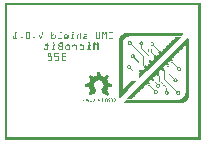
<source format=gbo>
G04 MADE WITH FRITZING*
G04 WWW.FRITZING.ORG*
G04 DOUBLE SIDED*
G04 HOLES PLATED*
G04 CONTOUR ON CENTER OF CONTOUR VECTOR*
%ASAXBY*%
%FSLAX23Y23*%
%MOIN*%
%OFA0B0*%
%SFA1.0B1.0*%
%ADD10R,0.001000X0.001000*%
%LNSILK0*%
G90*
G70*
G36*
X588Y345D02*
X588Y344D01*
X587Y344D01*
X587Y343D01*
X586Y343D01*
X586Y342D01*
X585Y342D01*
X585Y341D01*
X584Y341D01*
X584Y340D01*
X583Y340D01*
X583Y338D01*
X582Y338D01*
X582Y337D01*
X580Y337D01*
X580Y336D01*
X579Y336D01*
X579Y335D01*
X578Y335D01*
X578Y334D01*
X577Y334D01*
X577Y333D01*
X576Y333D01*
X576Y332D01*
X575Y332D01*
X575Y331D01*
X574Y331D01*
X574Y330D01*
X573Y330D01*
X573Y329D01*
X572Y329D01*
X572Y328D01*
X571Y328D01*
X571Y326D01*
X570Y326D01*
X570Y325D01*
X569Y325D01*
X569Y324D01*
X567Y324D01*
X567Y323D01*
X566Y323D01*
X566Y322D01*
X565Y322D01*
X565Y321D01*
X564Y321D01*
X564Y320D01*
X563Y320D01*
X563Y319D01*
X562Y319D01*
X562Y318D01*
X561Y318D01*
X561Y317D01*
X560Y317D01*
X560Y316D01*
X559Y316D01*
X559Y315D01*
X558Y315D01*
X558Y313D01*
X557Y313D01*
X557Y312D01*
X556Y312D01*
X556Y311D01*
X554Y311D01*
X554Y310D01*
X553Y310D01*
X553Y309D01*
X552Y309D01*
X552Y308D01*
X551Y308D01*
X551Y307D01*
X550Y307D01*
X550Y306D01*
X549Y306D01*
X549Y305D01*
X548Y305D01*
X548Y304D01*
X547Y304D01*
X547Y303D01*
X546Y303D01*
X546Y302D01*
X545Y302D01*
X545Y300D01*
X544Y300D01*
X544Y299D01*
X543Y299D01*
X543Y298D01*
X541Y298D01*
X541Y297D01*
X540Y297D01*
X540Y296D01*
X539Y296D01*
X539Y295D01*
X522Y295D01*
X522Y296D01*
X523Y296D01*
X523Y297D01*
X524Y297D01*
X524Y298D01*
X525Y298D01*
X525Y299D01*
X526Y299D01*
X526Y300D01*
X527Y300D01*
X527Y302D01*
X528Y302D01*
X528Y303D01*
X530Y303D01*
X530Y304D01*
X531Y304D01*
X531Y305D01*
X532Y305D01*
X532Y306D01*
X533Y306D01*
X533Y307D01*
X534Y307D01*
X534Y308D01*
X535Y308D01*
X535Y309D01*
X536Y309D01*
X536Y310D01*
X537Y310D01*
X537Y311D01*
X538Y311D01*
X538Y312D01*
X539Y312D01*
X539Y313D01*
X540Y313D01*
X540Y315D01*
X541Y315D01*
X541Y316D01*
X543Y316D01*
X543Y317D01*
X544Y317D01*
X544Y318D01*
X545Y318D01*
X545Y319D01*
X546Y319D01*
X546Y320D01*
X547Y320D01*
X547Y321D01*
X548Y321D01*
X548Y322D01*
X549Y322D01*
X549Y323D01*
X550Y323D01*
X550Y324D01*
X551Y324D01*
X551Y325D01*
X552Y325D01*
X552Y326D01*
X553Y326D01*
X553Y328D01*
X554Y328D01*
X554Y329D01*
X556Y329D01*
X556Y330D01*
X557Y330D01*
X557Y331D01*
X558Y331D01*
X558Y332D01*
X559Y332D01*
X559Y333D01*
X560Y333D01*
X560Y334D01*
X561Y334D01*
X561Y335D01*
X562Y335D01*
X562Y336D01*
X563Y336D01*
X563Y337D01*
X564Y337D01*
X564Y338D01*
X565Y338D01*
X565Y340D01*
X566Y340D01*
X566Y341D01*
X567Y341D01*
X567Y342D01*
X569Y342D01*
X569Y343D01*
X570Y343D01*
X570Y345D01*
X588Y345D01*
G37*
D02*
G36*
X419Y330D02*
X419Y329D01*
X420Y329D01*
X420Y328D01*
X421Y328D01*
X421Y326D01*
X414Y326D01*
X414Y324D01*
X413Y324D01*
X413Y322D01*
X414Y322D01*
X414Y320D01*
X410Y320D01*
X410Y321D01*
X409Y321D01*
X409Y325D01*
X410Y325D01*
X410Y328D01*
X411Y328D01*
X411Y329D01*
X413Y329D01*
X413Y330D01*
X419Y330D01*
G37*
D02*
G36*
X458Y329D02*
X458Y328D01*
X459Y328D01*
X459Y326D01*
X460Y326D01*
X460Y325D01*
X453Y325D01*
X453Y324D01*
X452Y324D01*
X452Y320D01*
X453Y320D01*
X453Y319D01*
X448Y319D01*
X448Y325D01*
X449Y325D01*
X449Y326D01*
X450Y326D01*
X450Y328D01*
X452Y328D01*
X452Y329D01*
X458Y329D01*
G37*
D02*
G36*
X494Y326D02*
X494Y325D01*
X496Y325D01*
X496Y324D01*
X497Y324D01*
X497Y323D01*
X489Y323D01*
X489Y322D01*
X488Y322D01*
X488Y318D01*
X489Y318D01*
X489Y317D01*
X485Y317D01*
X485Y319D01*
X484Y319D01*
X484Y321D01*
X485Y321D01*
X485Y323D01*
X486Y323D01*
X486Y324D01*
X487Y324D01*
X487Y325D01*
X488Y325D01*
X488Y326D01*
X494Y326D01*
G37*
D02*
G36*
X422Y326D02*
X422Y320D01*
X418Y320D01*
X418Y321D01*
X419Y321D01*
X419Y325D01*
X418Y325D01*
X418Y326D01*
X422Y326D01*
G37*
D02*
G36*
X461Y325D02*
X461Y319D01*
X457Y319D01*
X457Y320D01*
X458Y320D01*
X458Y324D01*
X456Y324D01*
X456Y325D01*
X461Y325D01*
G37*
D02*
G36*
X497Y323D02*
X497Y322D01*
X498Y322D01*
X498Y318D01*
X497Y318D01*
X497Y317D01*
X494Y317D01*
X494Y319D01*
X495Y319D01*
X495Y321D01*
X494Y321D01*
X494Y322D01*
X493Y322D01*
X493Y323D01*
X497Y323D01*
G37*
D02*
G36*
X422Y320D02*
X422Y319D01*
X410Y319D01*
X410Y320D01*
X422Y320D01*
G37*
D02*
G36*
X422Y320D02*
X422Y319D01*
X410Y319D01*
X410Y320D01*
X422Y320D01*
G37*
D02*
G36*
X460Y319D02*
X460Y318D01*
X449Y318D01*
X449Y319D01*
X460Y319D01*
G37*
D02*
G36*
X460Y319D02*
X460Y318D01*
X449Y318D01*
X449Y319D01*
X460Y319D01*
G37*
D02*
G36*
X422Y319D02*
X422Y318D01*
X423Y318D01*
X423Y317D01*
X424Y317D01*
X424Y316D01*
X426Y316D01*
X426Y315D01*
X427Y315D01*
X427Y313D01*
X428Y313D01*
X428Y312D01*
X429Y312D01*
X429Y311D01*
X430Y311D01*
X430Y310D01*
X431Y310D01*
X431Y309D01*
X432Y309D01*
X432Y308D01*
X433Y308D01*
X433Y307D01*
X434Y307D01*
X434Y306D01*
X435Y306D01*
X435Y305D01*
X436Y305D01*
X436Y304D01*
X437Y304D01*
X437Y303D01*
X439Y303D01*
X439Y302D01*
X440Y302D01*
X440Y300D01*
X441Y300D01*
X441Y299D01*
X442Y299D01*
X442Y298D01*
X443Y298D01*
X443Y297D01*
X444Y297D01*
X444Y296D01*
X445Y296D01*
X445Y295D01*
X446Y295D01*
X446Y294D01*
X447Y294D01*
X447Y293D01*
X448Y293D01*
X448Y292D01*
X449Y292D01*
X449Y291D01*
X450Y291D01*
X450Y290D01*
X452Y290D01*
X452Y289D01*
X453Y289D01*
X453Y287D01*
X454Y287D01*
X454Y286D01*
X455Y286D01*
X455Y285D01*
X456Y285D01*
X456Y284D01*
X457Y284D01*
X457Y283D01*
X458Y283D01*
X458Y282D01*
X459Y282D01*
X459Y281D01*
X460Y281D01*
X460Y280D01*
X461Y280D01*
X461Y279D01*
X462Y279D01*
X462Y254D01*
X463Y254D01*
X463Y248D01*
X460Y248D01*
X460Y278D01*
X459Y278D01*
X459Y279D01*
X458Y279D01*
X458Y280D01*
X457Y280D01*
X457Y281D01*
X456Y281D01*
X456Y282D01*
X455Y282D01*
X455Y283D01*
X454Y283D01*
X454Y284D01*
X453Y284D01*
X453Y285D01*
X452Y285D01*
X452Y286D01*
X450Y286D01*
X450Y287D01*
X449Y287D01*
X449Y289D01*
X448Y289D01*
X448Y290D01*
X447Y290D01*
X447Y291D01*
X446Y291D01*
X446Y292D01*
X445Y292D01*
X445Y293D01*
X444Y293D01*
X444Y294D01*
X443Y294D01*
X443Y295D01*
X442Y295D01*
X442Y296D01*
X441Y296D01*
X441Y297D01*
X440Y297D01*
X440Y298D01*
X439Y298D01*
X439Y299D01*
X437Y299D01*
X437Y300D01*
X436Y300D01*
X436Y302D01*
X435Y302D01*
X435Y303D01*
X434Y303D01*
X434Y304D01*
X433Y304D01*
X433Y305D01*
X432Y305D01*
X432Y306D01*
X431Y306D01*
X431Y307D01*
X430Y307D01*
X430Y308D01*
X429Y308D01*
X429Y309D01*
X428Y309D01*
X428Y310D01*
X427Y310D01*
X427Y311D01*
X426Y311D01*
X426Y312D01*
X424Y312D01*
X424Y313D01*
X423Y313D01*
X423Y315D01*
X422Y315D01*
X422Y316D01*
X421Y316D01*
X421Y317D01*
X413Y317D01*
X413Y318D01*
X411Y318D01*
X411Y319D01*
X422Y319D01*
G37*
D02*
G36*
X459Y318D02*
X459Y317D01*
X458Y317D01*
X458Y316D01*
X455Y316D01*
X455Y307D01*
X456Y307D01*
X456Y306D01*
X457Y306D01*
X457Y305D01*
X458Y305D01*
X458Y304D01*
X459Y304D01*
X459Y303D01*
X460Y303D01*
X460Y302D01*
X461Y302D01*
X461Y300D01*
X462Y300D01*
X462Y299D01*
X463Y299D01*
X463Y298D01*
X465Y298D01*
X465Y297D01*
X466Y297D01*
X466Y296D01*
X467Y296D01*
X467Y295D01*
X468Y295D01*
X468Y294D01*
X469Y294D01*
X469Y293D01*
X470Y293D01*
X470Y292D01*
X471Y292D01*
X471Y291D01*
X472Y291D01*
X472Y290D01*
X473Y290D01*
X473Y289D01*
X474Y289D01*
X474Y287D01*
X475Y287D01*
X475Y286D01*
X476Y286D01*
X476Y285D01*
X478Y285D01*
X478Y284D01*
X479Y284D01*
X479Y283D01*
X480Y283D01*
X480Y282D01*
X481Y282D01*
X481Y266D01*
X479Y266D01*
X479Y280D01*
X478Y280D01*
X478Y281D01*
X476Y281D01*
X476Y282D01*
X475Y282D01*
X475Y283D01*
X474Y283D01*
X474Y284D01*
X473Y284D01*
X473Y285D01*
X472Y285D01*
X472Y286D01*
X471Y286D01*
X471Y287D01*
X470Y287D01*
X470Y289D01*
X469Y289D01*
X469Y290D01*
X468Y290D01*
X468Y291D01*
X467Y291D01*
X467Y292D01*
X466Y292D01*
X466Y293D01*
X465Y293D01*
X465Y294D01*
X463Y294D01*
X463Y295D01*
X462Y295D01*
X462Y296D01*
X461Y296D01*
X461Y297D01*
X460Y297D01*
X460Y298D01*
X459Y298D01*
X459Y299D01*
X458Y299D01*
X458Y300D01*
X457Y300D01*
X457Y302D01*
X456Y302D01*
X456Y303D01*
X455Y303D01*
X455Y304D01*
X454Y304D01*
X454Y305D01*
X453Y305D01*
X453Y316D01*
X452Y316D01*
X452Y317D01*
X450Y317D01*
X450Y318D01*
X459Y318D01*
G37*
D02*
G36*
X497Y317D02*
X497Y316D01*
X485Y316D01*
X485Y317D01*
X497Y317D01*
G37*
D02*
G36*
X497Y317D02*
X497Y316D01*
X485Y316D01*
X485Y317D01*
X497Y317D01*
G37*
D02*
G36*
X497Y316D02*
X497Y313D01*
X492Y313D01*
X492Y312D01*
X491Y312D01*
X491Y313D01*
X487Y313D01*
X487Y315D01*
X486Y315D01*
X486Y316D01*
X497Y316D01*
G37*
D02*
G36*
X498Y313D02*
X498Y312D01*
X499Y312D01*
X499Y311D01*
X500Y311D01*
X500Y310D01*
X501Y310D01*
X501Y309D01*
X502Y309D01*
X502Y308D01*
X504Y308D01*
X504Y307D01*
X505Y307D01*
X505Y306D01*
X506Y306D01*
X506Y305D01*
X507Y305D01*
X507Y304D01*
X508Y304D01*
X508Y303D01*
X509Y303D01*
X509Y302D01*
X510Y302D01*
X510Y300D01*
X511Y300D01*
X511Y299D01*
X512Y299D01*
X512Y298D01*
X513Y298D01*
X513Y297D01*
X510Y297D01*
X510Y298D01*
X509Y298D01*
X509Y299D01*
X508Y299D01*
X508Y300D01*
X507Y300D01*
X507Y302D01*
X506Y302D01*
X506Y303D01*
X505Y303D01*
X505Y304D01*
X504Y304D01*
X504Y305D01*
X502Y305D01*
X502Y306D01*
X501Y306D01*
X501Y307D01*
X500Y307D01*
X500Y308D01*
X499Y308D01*
X499Y309D01*
X498Y309D01*
X498Y310D01*
X497Y310D01*
X497Y311D01*
X496Y311D01*
X496Y312D01*
X495Y312D01*
X495Y313D01*
X498Y313D01*
G37*
D02*
G36*
X486Y305D02*
X486Y304D01*
X487Y304D01*
X487Y303D01*
X488Y303D01*
X488Y302D01*
X481Y302D01*
X481Y300D01*
X480Y300D01*
X480Y296D01*
X481Y296D01*
X481Y295D01*
X476Y295D01*
X476Y302D01*
X478Y302D01*
X478Y303D01*
X479Y303D01*
X479Y304D01*
X480Y304D01*
X480Y305D01*
X486Y305D01*
G37*
D02*
G36*
X489Y302D02*
X489Y295D01*
X485Y295D01*
X485Y296D01*
X486Y296D01*
X486Y300D01*
X485Y300D01*
X485Y302D01*
X489Y302D01*
G37*
D02*
G36*
X518Y298D02*
X518Y297D01*
X515Y297D01*
X515Y298D01*
X518Y298D01*
G37*
D02*
G36*
X519Y297D02*
X519Y296D01*
X511Y296D01*
X511Y297D01*
X519Y297D01*
G37*
D02*
G36*
X519Y297D02*
X519Y296D01*
X511Y296D01*
X511Y297D01*
X519Y297D01*
G37*
D02*
G36*
X520Y296D02*
X520Y295D01*
X512Y295D01*
X512Y296D01*
X520Y296D01*
G37*
D02*
G36*
X538Y295D02*
X538Y294D01*
X512Y294D01*
X512Y295D01*
X538Y295D01*
G37*
D02*
G36*
X538Y295D02*
X538Y294D01*
X512Y294D01*
X512Y295D01*
X538Y295D01*
G37*
D02*
G36*
X488Y295D02*
X488Y294D01*
X478Y294D01*
X478Y295D01*
X488Y295D01*
G37*
D02*
G36*
X488Y295D02*
X488Y294D01*
X478Y294D01*
X478Y295D01*
X488Y295D01*
G37*
D02*
G36*
X537Y294D02*
X537Y293D01*
X536Y293D01*
X536Y292D01*
X535Y292D01*
X535Y291D01*
X534Y291D01*
X534Y290D01*
X533Y290D01*
X533Y289D01*
X532Y289D01*
X532Y287D01*
X531Y287D01*
X531Y286D01*
X530Y286D01*
X530Y285D01*
X528Y285D01*
X528Y284D01*
X527Y284D01*
X527Y283D01*
X526Y283D01*
X526Y282D01*
X525Y282D01*
X525Y281D01*
X524Y281D01*
X524Y280D01*
X507Y280D01*
X507Y281D01*
X508Y281D01*
X508Y282D01*
X509Y282D01*
X509Y283D01*
X510Y283D01*
X510Y284D01*
X511Y284D01*
X511Y285D01*
X512Y285D01*
X512Y286D01*
X513Y286D01*
X513Y290D01*
X512Y290D01*
X512Y291D01*
X511Y291D01*
X511Y292D01*
X510Y292D01*
X510Y293D01*
X511Y293D01*
X511Y294D01*
X537Y294D01*
G37*
D02*
G36*
X488Y294D02*
X488Y293D01*
X489Y293D01*
X489Y292D01*
X491Y292D01*
X491Y291D01*
X492Y291D01*
X492Y290D01*
X493Y290D01*
X493Y289D01*
X494Y289D01*
X494Y287D01*
X495Y287D01*
X495Y286D01*
X496Y286D01*
X496Y285D01*
X497Y285D01*
X497Y284D01*
X498Y284D01*
X498Y283D01*
X495Y283D01*
X495Y284D01*
X494Y284D01*
X494Y285D01*
X493Y285D01*
X493Y286D01*
X492Y286D01*
X492Y287D01*
X491Y287D01*
X491Y289D01*
X489Y289D01*
X489Y290D01*
X488Y290D01*
X488Y291D01*
X487Y291D01*
X487Y292D01*
X480Y292D01*
X480Y293D01*
X479Y293D01*
X479Y294D01*
X488Y294D01*
G37*
D02*
G36*
X429Y286D02*
X429Y285D01*
X430Y285D01*
X430Y284D01*
X431Y284D01*
X431Y283D01*
X423Y283D01*
X423Y282D01*
X422Y282D01*
X422Y278D01*
X423Y278D01*
X423Y277D01*
X419Y277D01*
X419Y283D01*
X420Y283D01*
X420Y284D01*
X421Y284D01*
X421Y285D01*
X422Y285D01*
X422Y286D01*
X429Y286D01*
G37*
D02*
G36*
X501Y284D02*
X501Y283D01*
X500Y283D01*
X500Y284D01*
X501Y284D01*
G37*
D02*
G36*
X502Y283D02*
X502Y282D01*
X496Y282D01*
X496Y283D01*
X502Y283D01*
G37*
D02*
G36*
X502Y283D02*
X502Y282D01*
X496Y282D01*
X496Y283D01*
X502Y283D01*
G37*
D02*
G36*
X431Y283D02*
X431Y282D01*
X432Y282D01*
X432Y277D01*
X428Y277D01*
X428Y279D01*
X429Y279D01*
X429Y281D01*
X428Y281D01*
X428Y282D01*
X427Y282D01*
X427Y283D01*
X431Y283D01*
G37*
D02*
G36*
X504Y282D02*
X504Y281D01*
X505Y281D01*
X505Y280D01*
X497Y280D01*
X497Y282D01*
X504Y282D01*
G37*
D02*
G36*
X523Y280D02*
X523Y279D01*
X496Y279D01*
X496Y280D01*
X523Y280D01*
G37*
D02*
G36*
X523Y280D02*
X523Y279D01*
X496Y279D01*
X496Y280D01*
X523Y280D01*
G37*
D02*
G36*
X522Y279D02*
X522Y278D01*
X521Y278D01*
X521Y277D01*
X520Y277D01*
X520Y276D01*
X519Y276D01*
X519Y274D01*
X518Y274D01*
X518Y273D01*
X517Y273D01*
X517Y272D01*
X515Y272D01*
X515Y271D01*
X514Y271D01*
X514Y270D01*
X513Y270D01*
X513Y269D01*
X512Y269D01*
X512Y268D01*
X511Y268D01*
X511Y267D01*
X510Y267D01*
X510Y266D01*
X509Y266D01*
X509Y265D01*
X508Y265D01*
X508Y264D01*
X491Y264D01*
X491Y265D01*
X492Y265D01*
X492Y266D01*
X493Y266D01*
X493Y267D01*
X494Y267D01*
X494Y268D01*
X495Y268D01*
X495Y269D01*
X496Y269D01*
X496Y270D01*
X497Y270D01*
X497Y271D01*
X498Y271D01*
X498Y272D01*
X499Y272D01*
X499Y273D01*
X498Y273D01*
X498Y274D01*
X497Y274D01*
X497Y276D01*
X496Y276D01*
X496Y277D01*
X495Y277D01*
X495Y279D01*
X522Y279D01*
G37*
D02*
G36*
X431Y277D02*
X431Y276D01*
X420Y276D01*
X420Y277D01*
X431Y277D01*
G37*
D02*
G36*
X431Y277D02*
X431Y276D01*
X420Y276D01*
X420Y277D01*
X431Y277D01*
G37*
D02*
G36*
X432Y276D02*
X432Y274D01*
X433Y274D01*
X433Y273D01*
X434Y273D01*
X434Y272D01*
X435Y272D01*
X435Y271D01*
X436Y271D01*
X436Y270D01*
X437Y270D01*
X437Y269D01*
X439Y269D01*
X439Y268D01*
X440Y268D01*
X440Y267D01*
X441Y267D01*
X441Y266D01*
X442Y266D01*
X442Y265D01*
X443Y265D01*
X443Y264D01*
X444Y264D01*
X444Y263D01*
X445Y263D01*
X445Y261D01*
X446Y261D01*
X446Y260D01*
X447Y260D01*
X447Y234D01*
X448Y234D01*
X448Y233D01*
X445Y233D01*
X445Y258D01*
X444Y258D01*
X444Y259D01*
X443Y259D01*
X443Y260D01*
X442Y260D01*
X442Y261D01*
X441Y261D01*
X441Y263D01*
X440Y263D01*
X440Y264D01*
X439Y264D01*
X439Y265D01*
X437Y265D01*
X437Y266D01*
X436Y266D01*
X436Y267D01*
X435Y267D01*
X435Y268D01*
X434Y268D01*
X434Y269D01*
X433Y269D01*
X433Y270D01*
X432Y270D01*
X432Y271D01*
X431Y271D01*
X431Y272D01*
X430Y272D01*
X430Y273D01*
X422Y273D01*
X422Y274D01*
X420Y274D01*
X420Y276D01*
X432Y276D01*
G37*
D02*
G36*
X485Y268D02*
X485Y267D01*
X486Y267D01*
X486Y266D01*
X483Y266D01*
X483Y267D01*
X484Y267D01*
X484Y268D01*
X485Y268D01*
G37*
D02*
G36*
X487Y266D02*
X487Y265D01*
X479Y265D01*
X479Y266D01*
X487Y266D01*
G37*
D02*
G36*
X487Y266D02*
X487Y265D01*
X479Y265D01*
X479Y266D01*
X487Y266D01*
G37*
D02*
G36*
X488Y265D02*
X488Y264D01*
X479Y264D01*
X479Y265D01*
X488Y265D01*
G37*
D02*
G36*
X507Y264D02*
X507Y263D01*
X480Y263D01*
X480Y264D01*
X507Y264D01*
G37*
D02*
G36*
X507Y264D02*
X507Y263D01*
X480Y263D01*
X480Y264D01*
X507Y264D01*
G37*
D02*
G36*
X506Y263D02*
X506Y261D01*
X505Y261D01*
X505Y260D01*
X504Y260D01*
X504Y259D01*
X502Y259D01*
X502Y258D01*
X501Y258D01*
X501Y257D01*
X500Y257D01*
X500Y256D01*
X499Y256D01*
X499Y255D01*
X498Y255D01*
X498Y254D01*
X497Y254D01*
X497Y253D01*
X496Y253D01*
X496Y252D01*
X495Y252D01*
X495Y251D01*
X494Y251D01*
X494Y250D01*
X493Y250D01*
X493Y248D01*
X492Y248D01*
X492Y247D01*
X491Y247D01*
X491Y246D01*
X473Y246D01*
X473Y247D01*
X474Y247D01*
X474Y248D01*
X475Y248D01*
X475Y250D01*
X476Y250D01*
X476Y251D01*
X478Y251D01*
X478Y252D01*
X479Y252D01*
X479Y253D01*
X480Y253D01*
X480Y254D01*
X481Y254D01*
X481Y255D01*
X482Y255D01*
X482Y258D01*
X481Y258D01*
X481Y259D01*
X480Y259D01*
X480Y260D01*
X479Y260D01*
X479Y263D01*
X506Y263D01*
G37*
D02*
G36*
X468Y251D02*
X468Y250D01*
X469Y250D01*
X469Y248D01*
X466Y248D01*
X466Y250D01*
X467Y250D01*
X467Y251D01*
X468Y251D01*
G37*
D02*
G36*
X415Y251D02*
X415Y250D01*
X417Y250D01*
X417Y248D01*
X418Y248D01*
X418Y247D01*
X419Y247D01*
X419Y246D01*
X410Y246D01*
X410Y241D01*
X407Y241D01*
X407Y242D01*
X406Y242D01*
X406Y245D01*
X407Y245D01*
X407Y247D01*
X408Y247D01*
X408Y248D01*
X409Y248D01*
X409Y250D01*
X411Y250D01*
X411Y251D01*
X415Y251D01*
G37*
D02*
G36*
X470Y248D02*
X470Y247D01*
X461Y247D01*
X461Y248D01*
X470Y248D01*
G37*
D02*
G36*
X470Y248D02*
X470Y247D01*
X461Y247D01*
X461Y248D01*
X470Y248D01*
G37*
D02*
G36*
X471Y247D02*
X471Y246D01*
X462Y246D01*
X462Y247D01*
X471Y247D01*
G37*
D02*
G36*
X489Y246D02*
X489Y245D01*
X462Y245D01*
X462Y246D01*
X489Y246D01*
G37*
D02*
G36*
X489Y246D02*
X489Y245D01*
X462Y245D01*
X462Y246D01*
X489Y246D01*
G37*
D02*
G36*
X419Y246D02*
X419Y245D01*
X420Y245D01*
X420Y242D01*
X419Y242D01*
X419Y241D01*
X416Y241D01*
X416Y246D01*
X419Y246D01*
G37*
D02*
G36*
X488Y245D02*
X488Y244D01*
X487Y244D01*
X487Y243D01*
X486Y243D01*
X486Y242D01*
X485Y242D01*
X485Y241D01*
X484Y241D01*
X484Y240D01*
X483Y240D01*
X483Y239D01*
X482Y239D01*
X482Y238D01*
X481Y238D01*
X481Y237D01*
X480Y237D01*
X480Y235D01*
X479Y235D01*
X479Y234D01*
X478Y234D01*
X478Y233D01*
X476Y233D01*
X476Y232D01*
X475Y232D01*
X475Y231D01*
X458Y231D01*
X458Y232D01*
X459Y232D01*
X459Y233D01*
X460Y233D01*
X460Y234D01*
X461Y234D01*
X461Y235D01*
X462Y235D01*
X462Y237D01*
X463Y237D01*
X463Y238D01*
X465Y238D01*
X465Y241D01*
X463Y241D01*
X463Y242D01*
X462Y242D01*
X462Y243D01*
X461Y243D01*
X461Y245D01*
X488Y245D01*
G37*
D02*
G36*
X419Y241D02*
X419Y240D01*
X407Y240D01*
X407Y241D01*
X419Y241D01*
G37*
D02*
G36*
X419Y241D02*
X419Y240D01*
X407Y240D01*
X407Y241D01*
X419Y241D01*
G37*
D02*
G36*
X418Y240D02*
X418Y239D01*
X419Y239D01*
X419Y238D01*
X415Y238D01*
X415Y237D01*
X411Y237D01*
X411Y238D01*
X409Y238D01*
X409Y239D01*
X408Y239D01*
X408Y240D01*
X418Y240D01*
G37*
D02*
G36*
X453Y234D02*
X453Y233D01*
X450Y233D01*
X450Y234D01*
X453Y234D01*
G37*
D02*
G36*
X454Y233D02*
X454Y232D01*
X446Y232D01*
X446Y233D01*
X454Y233D01*
G37*
D02*
G36*
X454Y233D02*
X454Y232D01*
X446Y232D01*
X446Y233D01*
X454Y233D01*
G37*
D02*
G36*
X455Y232D02*
X455Y231D01*
X447Y231D01*
X447Y232D01*
X455Y232D01*
G37*
D02*
G36*
X474Y231D02*
X474Y230D01*
X447Y230D01*
X447Y231D01*
X474Y231D01*
G37*
D02*
G36*
X474Y231D02*
X474Y230D01*
X447Y230D01*
X447Y231D01*
X474Y231D01*
G37*
D02*
G36*
X409Y166D02*
X409Y165D01*
X380Y165D01*
X380Y166D01*
X409Y166D01*
G37*
D02*
G36*
X409Y166D02*
X409Y165D01*
X380Y165D01*
X380Y166D01*
X409Y166D01*
G37*
D02*
G36*
X408Y165D02*
X408Y164D01*
X407Y164D01*
X407Y163D01*
X406Y163D01*
X406Y162D01*
X405Y162D01*
X405Y161D01*
X404Y161D01*
X404Y160D01*
X403Y160D01*
X403Y159D01*
X402Y159D01*
X402Y157D01*
X401Y157D01*
X401Y156D01*
X400Y156D01*
X400Y155D01*
X398Y155D01*
X398Y154D01*
X397Y154D01*
X397Y153D01*
X396Y153D01*
X396Y152D01*
X395Y152D01*
X395Y151D01*
X394Y151D01*
X394Y150D01*
X393Y150D01*
X393Y149D01*
X392Y149D01*
X392Y148D01*
X391Y148D01*
X391Y147D01*
X390Y147D01*
X390Y146D01*
X389Y146D01*
X389Y144D01*
X388Y144D01*
X388Y143D01*
X387Y143D01*
X387Y142D01*
X385Y142D01*
X385Y141D01*
X384Y141D01*
X384Y140D01*
X383Y140D01*
X383Y139D01*
X382Y139D01*
X382Y141D01*
X381Y141D01*
X381Y144D01*
X380Y144D01*
X380Y165D01*
X408Y165D01*
G37*
D02*
G36*
X614Y312D02*
X614Y148D01*
X613Y148D01*
X613Y143D01*
X612Y143D01*
X612Y140D01*
X611Y140D01*
X611Y138D01*
X610Y138D01*
X610Y136D01*
X609Y136D01*
X609Y135D01*
X583Y135D01*
X583Y136D01*
X586Y136D01*
X586Y137D01*
X588Y137D01*
X588Y138D01*
X589Y138D01*
X589Y139D01*
X591Y139D01*
X591Y140D01*
X592Y140D01*
X592Y141D01*
X593Y141D01*
X593Y142D01*
X595Y142D01*
X595Y143D01*
X596Y143D01*
X596Y144D01*
X597Y144D01*
X597Y146D01*
X598Y146D01*
X598Y148D01*
X599Y148D01*
X599Y150D01*
X600Y150D01*
X600Y153D01*
X601Y153D01*
X601Y157D01*
X602Y157D01*
X602Y312D01*
X614Y312D01*
G37*
D02*
G36*
X560Y261D02*
X560Y258D01*
X557Y258D01*
X557Y257D01*
X554Y257D01*
X554Y258D01*
X553Y258D01*
X553Y259D01*
X552Y259D01*
X552Y260D01*
X551Y260D01*
X551Y261D01*
X560Y261D01*
G37*
D02*
G36*
X561Y258D02*
X561Y257D01*
X562Y257D01*
X562Y256D01*
X563Y256D01*
X563Y255D01*
X564Y255D01*
X564Y254D01*
X565Y254D01*
X565Y253D01*
X566Y253D01*
X566Y252D01*
X567Y252D01*
X567Y251D01*
X569Y251D01*
X569Y250D01*
X570Y250D01*
X570Y248D01*
X571Y248D01*
X571Y247D01*
X572Y247D01*
X572Y246D01*
X573Y246D01*
X573Y245D01*
X574Y245D01*
X574Y244D01*
X575Y244D01*
X575Y243D01*
X576Y243D01*
X576Y242D01*
X584Y242D01*
X584Y241D01*
X585Y241D01*
X585Y240D01*
X586Y240D01*
X586Y239D01*
X578Y239D01*
X578Y238D01*
X577Y238D01*
X577Y233D01*
X578Y233D01*
X578Y232D01*
X574Y232D01*
X574Y239D01*
X575Y239D01*
X575Y241D01*
X574Y241D01*
X574Y242D01*
X573Y242D01*
X573Y243D01*
X572Y243D01*
X572Y244D01*
X571Y244D01*
X571Y245D01*
X570Y245D01*
X570Y246D01*
X569Y246D01*
X569Y247D01*
X567Y247D01*
X567Y248D01*
X566Y248D01*
X566Y250D01*
X565Y250D01*
X565Y251D01*
X564Y251D01*
X564Y252D01*
X563Y252D01*
X563Y253D01*
X562Y253D01*
X562Y254D01*
X561Y254D01*
X561Y255D01*
X560Y255D01*
X560Y256D01*
X559Y256D01*
X559Y257D01*
X558Y257D01*
X558Y258D01*
X561Y258D01*
G37*
D02*
G36*
X546Y248D02*
X546Y247D01*
X547Y247D01*
X547Y246D01*
X548Y246D01*
X548Y245D01*
X543Y245D01*
X543Y244D01*
X540Y244D01*
X540Y245D01*
X539Y245D01*
X539Y246D01*
X538Y246D01*
X538Y247D01*
X537Y247D01*
X537Y248D01*
X546Y248D01*
G37*
D02*
G36*
X548Y245D02*
X548Y220D01*
X549Y220D01*
X549Y219D01*
X550Y219D01*
X550Y218D01*
X551Y218D01*
X551Y217D01*
X552Y217D01*
X552Y216D01*
X553Y216D01*
X553Y215D01*
X554Y215D01*
X554Y214D01*
X556Y214D01*
X556Y213D01*
X557Y213D01*
X557Y212D01*
X558Y212D01*
X558Y211D01*
X559Y211D01*
X559Y209D01*
X560Y209D01*
X560Y208D01*
X561Y208D01*
X561Y207D01*
X562Y207D01*
X562Y206D01*
X563Y206D01*
X563Y205D01*
X560Y205D01*
X560Y206D01*
X559Y206D01*
X559Y207D01*
X558Y207D01*
X558Y208D01*
X557Y208D01*
X557Y209D01*
X556Y209D01*
X556Y211D01*
X554Y211D01*
X554Y212D01*
X553Y212D01*
X553Y213D01*
X552Y213D01*
X552Y214D01*
X551Y214D01*
X551Y215D01*
X550Y215D01*
X550Y216D01*
X549Y216D01*
X549Y217D01*
X548Y217D01*
X548Y218D01*
X547Y218D01*
X547Y219D01*
X546Y219D01*
X546Y245D01*
X548Y245D01*
G37*
D02*
G36*
X587Y239D02*
X587Y232D01*
X583Y232D01*
X583Y233D01*
X584Y233D01*
X584Y237D01*
X583Y237D01*
X583Y238D01*
X582Y238D01*
X582Y239D01*
X587Y239D01*
G37*
D02*
G36*
X531Y233D02*
X531Y232D01*
X532Y232D01*
X532Y231D01*
X533Y231D01*
X533Y230D01*
X527Y230D01*
X527Y229D01*
X525Y229D01*
X525Y230D01*
X524Y230D01*
X524Y231D01*
X523Y231D01*
X523Y232D01*
X522Y232D01*
X522Y233D01*
X531Y233D01*
G37*
D02*
G36*
X586Y232D02*
X586Y231D01*
X575Y231D01*
X575Y232D01*
X586Y232D01*
G37*
D02*
G36*
X586Y232D02*
X586Y231D01*
X575Y231D01*
X575Y232D01*
X586Y232D01*
G37*
D02*
G36*
X585Y231D02*
X585Y230D01*
X584Y230D01*
X584Y229D01*
X577Y229D01*
X577Y230D01*
X575Y230D01*
X575Y231D01*
X585Y231D01*
G37*
D02*
G36*
X533Y230D02*
X533Y202D01*
X534Y202D01*
X534Y201D01*
X535Y201D01*
X535Y200D01*
X536Y200D01*
X536Y199D01*
X537Y199D01*
X537Y198D01*
X538Y198D01*
X538Y196D01*
X539Y196D01*
X539Y195D01*
X540Y195D01*
X540Y194D01*
X541Y194D01*
X541Y193D01*
X543Y193D01*
X543Y192D01*
X544Y192D01*
X544Y191D01*
X545Y191D01*
X545Y190D01*
X546Y190D01*
X546Y189D01*
X547Y189D01*
X547Y188D01*
X548Y188D01*
X548Y187D01*
X549Y187D01*
X549Y186D01*
X550Y186D01*
X550Y185D01*
X551Y185D01*
X551Y183D01*
X552Y183D01*
X552Y182D01*
X553Y182D01*
X553Y181D01*
X554Y181D01*
X554Y180D01*
X556Y180D01*
X556Y179D01*
X557Y179D01*
X557Y178D01*
X558Y178D01*
X558Y177D01*
X559Y177D01*
X559Y176D01*
X560Y176D01*
X560Y175D01*
X561Y175D01*
X561Y174D01*
X562Y174D01*
X562Y173D01*
X563Y173D01*
X563Y172D01*
X564Y172D01*
X564Y170D01*
X565Y170D01*
X565Y169D01*
X566Y169D01*
X566Y168D01*
X567Y168D01*
X567Y167D01*
X569Y167D01*
X569Y166D01*
X570Y166D01*
X570Y165D01*
X571Y165D01*
X571Y164D01*
X572Y164D01*
X572Y163D01*
X573Y163D01*
X573Y162D01*
X570Y162D01*
X570Y163D01*
X569Y163D01*
X569Y164D01*
X567Y164D01*
X567Y165D01*
X566Y165D01*
X566Y166D01*
X565Y166D01*
X565Y167D01*
X564Y167D01*
X564Y168D01*
X563Y168D01*
X563Y169D01*
X562Y169D01*
X562Y170D01*
X561Y170D01*
X561Y172D01*
X560Y172D01*
X560Y173D01*
X559Y173D01*
X559Y174D01*
X558Y174D01*
X558Y175D01*
X557Y175D01*
X557Y176D01*
X556Y176D01*
X556Y177D01*
X554Y177D01*
X554Y178D01*
X553Y178D01*
X553Y179D01*
X552Y179D01*
X552Y180D01*
X551Y180D01*
X551Y181D01*
X550Y181D01*
X550Y182D01*
X549Y182D01*
X549Y183D01*
X548Y183D01*
X548Y185D01*
X547Y185D01*
X547Y186D01*
X546Y186D01*
X546Y187D01*
X545Y187D01*
X545Y188D01*
X544Y188D01*
X544Y189D01*
X543Y189D01*
X543Y190D01*
X541Y190D01*
X541Y191D01*
X540Y191D01*
X540Y192D01*
X539Y192D01*
X539Y193D01*
X538Y193D01*
X538Y194D01*
X537Y194D01*
X537Y195D01*
X536Y195D01*
X536Y196D01*
X535Y196D01*
X535Y198D01*
X534Y198D01*
X534Y199D01*
X533Y199D01*
X533Y200D01*
X532Y200D01*
X532Y201D01*
X531Y201D01*
X531Y229D01*
X530Y229D01*
X530Y230D01*
X533Y230D01*
G37*
D02*
G36*
X513Y216D02*
X513Y215D01*
X514Y215D01*
X514Y214D01*
X511Y214D01*
X511Y213D01*
X510Y213D01*
X510Y212D01*
X508Y212D01*
X508Y213D01*
X507Y213D01*
X507Y214D01*
X506Y214D01*
X506Y215D01*
X505Y215D01*
X505Y216D01*
X513Y216D01*
G37*
D02*
G36*
X515Y214D02*
X515Y198D01*
X517Y198D01*
X517Y196D01*
X518Y196D01*
X518Y195D01*
X519Y195D01*
X519Y194D01*
X520Y194D01*
X520Y193D01*
X521Y193D01*
X521Y192D01*
X522Y192D01*
X522Y191D01*
X523Y191D01*
X523Y190D01*
X524Y190D01*
X524Y189D01*
X525Y189D01*
X525Y188D01*
X526Y188D01*
X526Y187D01*
X527Y187D01*
X527Y186D01*
X528Y186D01*
X528Y185D01*
X530Y185D01*
X530Y183D01*
X531Y183D01*
X531Y182D01*
X532Y182D01*
X532Y181D01*
X533Y181D01*
X533Y180D01*
X534Y180D01*
X534Y179D01*
X535Y179D01*
X535Y178D01*
X536Y178D01*
X536Y177D01*
X537Y177D01*
X537Y176D01*
X538Y176D01*
X538Y175D01*
X539Y175D01*
X539Y174D01*
X540Y174D01*
X540Y173D01*
X541Y173D01*
X541Y163D01*
X543Y163D01*
X543Y162D01*
X544Y162D01*
X544Y161D01*
X545Y161D01*
X545Y160D01*
X536Y160D01*
X536Y157D01*
X535Y157D01*
X535Y156D01*
X536Y156D01*
X536Y154D01*
X532Y154D01*
X532Y160D01*
X533Y160D01*
X533Y161D01*
X534Y161D01*
X534Y162D01*
X535Y162D01*
X535Y163D01*
X537Y163D01*
X537Y164D01*
X538Y164D01*
X538Y173D01*
X537Y173D01*
X537Y174D01*
X536Y174D01*
X536Y175D01*
X535Y175D01*
X535Y176D01*
X534Y176D01*
X534Y177D01*
X533Y177D01*
X533Y178D01*
X532Y178D01*
X532Y179D01*
X531Y179D01*
X531Y180D01*
X530Y180D01*
X530Y181D01*
X528Y181D01*
X528Y182D01*
X527Y182D01*
X527Y183D01*
X526Y183D01*
X526Y185D01*
X525Y185D01*
X525Y186D01*
X524Y186D01*
X524Y187D01*
X523Y187D01*
X523Y188D01*
X522Y188D01*
X522Y189D01*
X521Y189D01*
X521Y190D01*
X520Y190D01*
X520Y191D01*
X519Y191D01*
X519Y192D01*
X518Y192D01*
X518Y193D01*
X517Y193D01*
X517Y194D01*
X515Y194D01*
X515Y195D01*
X514Y195D01*
X514Y196D01*
X513Y196D01*
X513Y198D01*
X512Y198D01*
X512Y214D01*
X515Y214D01*
G37*
D02*
G36*
X570Y206D02*
X570Y205D01*
X566Y205D01*
X566Y206D01*
X570Y206D01*
G37*
D02*
G36*
X572Y205D02*
X572Y204D01*
X561Y204D01*
X561Y205D01*
X572Y205D01*
G37*
D02*
G36*
X572Y205D02*
X572Y204D01*
X561Y204D01*
X561Y205D01*
X572Y205D01*
G37*
D02*
G36*
X573Y204D02*
X573Y203D01*
X574Y203D01*
X574Y202D01*
X565Y202D01*
X565Y196D01*
X562Y196D01*
X562Y198D01*
X561Y198D01*
X561Y201D01*
X562Y201D01*
X562Y204D01*
X573Y204D01*
G37*
D02*
G36*
X574Y202D02*
X574Y201D01*
X575Y201D01*
X575Y198D01*
X574Y198D01*
X574Y196D01*
X571Y196D01*
X571Y202D01*
X574Y202D01*
G37*
D02*
G36*
X496Y199D02*
X496Y198D01*
X497Y198D01*
X497Y196D01*
X494Y196D01*
X494Y195D01*
X492Y195D01*
X492Y196D01*
X491Y196D01*
X491Y198D01*
X489Y198D01*
X489Y199D01*
X496Y199D01*
G37*
D02*
G36*
X574Y196D02*
X574Y195D01*
X562Y195D01*
X562Y196D01*
X574Y196D01*
G37*
D02*
G36*
X574Y196D02*
X574Y195D01*
X562Y195D01*
X562Y196D01*
X574Y196D01*
G37*
D02*
G36*
X498Y196D02*
X498Y195D01*
X499Y195D01*
X499Y194D01*
X500Y194D01*
X500Y193D01*
X501Y193D01*
X501Y192D01*
X502Y192D01*
X502Y191D01*
X504Y191D01*
X504Y190D01*
X505Y190D01*
X505Y189D01*
X506Y189D01*
X506Y188D01*
X507Y188D01*
X507Y187D01*
X504Y187D01*
X504Y188D01*
X502Y188D01*
X502Y189D01*
X501Y189D01*
X501Y190D01*
X500Y190D01*
X500Y191D01*
X499Y191D01*
X499Y192D01*
X498Y192D01*
X498Y193D01*
X497Y193D01*
X497Y194D01*
X496Y194D01*
X496Y195D01*
X495Y195D01*
X495Y196D01*
X498Y196D01*
G37*
D02*
G36*
X573Y195D02*
X573Y194D01*
X572Y194D01*
X572Y193D01*
X570Y193D01*
X570Y192D01*
X566Y192D01*
X566Y193D01*
X564Y193D01*
X564Y194D01*
X563Y194D01*
X563Y195D01*
X573Y195D01*
G37*
D02*
G36*
X511Y188D02*
X511Y187D01*
X509Y187D01*
X509Y188D01*
X511Y188D01*
G37*
D02*
G36*
X514Y187D02*
X514Y186D01*
X505Y186D01*
X505Y187D01*
X514Y187D01*
G37*
D02*
G36*
X514Y187D02*
X514Y186D01*
X505Y186D01*
X505Y187D01*
X514Y187D01*
G37*
D02*
G36*
X515Y186D02*
X515Y185D01*
X517Y185D01*
X517Y183D01*
X508Y183D01*
X508Y182D01*
X507Y182D01*
X507Y179D01*
X508Y179D01*
X508Y178D01*
X509Y178D01*
X509Y177D01*
X505Y177D01*
X505Y178D01*
X504Y178D01*
X504Y183D01*
X505Y183D01*
X505Y186D01*
X515Y186D01*
G37*
D02*
G36*
X481Y185D02*
X481Y183D01*
X482Y183D01*
X482Y182D01*
X483Y182D01*
X483Y181D01*
X478Y181D01*
X478Y180D01*
X476Y180D01*
X476Y181D01*
X475Y181D01*
X475Y182D01*
X474Y182D01*
X474Y183D01*
X473Y183D01*
X473Y185D01*
X481Y185D01*
G37*
D02*
G36*
X517Y183D02*
X517Y181D01*
X518Y181D01*
X518Y180D01*
X517Y180D01*
X517Y177D01*
X511Y177D01*
X511Y178D01*
X513Y178D01*
X513Y182D01*
X512Y182D01*
X512Y183D01*
X517Y183D01*
G37*
D02*
G36*
X484Y181D02*
X484Y180D01*
X485Y180D01*
X485Y179D01*
X486Y179D01*
X486Y178D01*
X487Y178D01*
X487Y177D01*
X488Y177D01*
X488Y176D01*
X489Y176D01*
X489Y175D01*
X491Y175D01*
X491Y174D01*
X492Y174D01*
X492Y173D01*
X493Y173D01*
X493Y172D01*
X494Y172D01*
X494Y170D01*
X495Y170D01*
X495Y169D01*
X496Y169D01*
X496Y168D01*
X497Y168D01*
X497Y167D01*
X498Y167D01*
X498Y166D01*
X499Y166D01*
X499Y165D01*
X495Y165D01*
X495Y166D01*
X494Y166D01*
X494Y167D01*
X493Y167D01*
X493Y168D01*
X492Y168D01*
X492Y169D01*
X491Y169D01*
X491Y170D01*
X489Y170D01*
X489Y172D01*
X488Y172D01*
X488Y173D01*
X487Y173D01*
X487Y174D01*
X486Y174D01*
X486Y175D01*
X485Y175D01*
X485Y176D01*
X484Y176D01*
X484Y177D01*
X483Y177D01*
X483Y178D01*
X482Y178D01*
X482Y179D01*
X481Y179D01*
X481Y180D01*
X480Y180D01*
X480Y181D01*
X484Y181D01*
G37*
D02*
G36*
X515Y177D02*
X515Y176D01*
X505Y176D01*
X505Y177D01*
X515Y177D01*
G37*
D02*
G36*
X515Y177D02*
X515Y176D01*
X505Y176D01*
X505Y177D01*
X515Y177D01*
G37*
D02*
G36*
X514Y176D02*
X514Y175D01*
X512Y175D01*
X512Y174D01*
X508Y174D01*
X508Y175D01*
X506Y175D01*
X506Y176D01*
X514Y176D01*
G37*
D02*
G36*
X505Y166D02*
X505Y165D01*
X500Y165D01*
X500Y166D01*
X505Y166D01*
G37*
D02*
G36*
X506Y165D02*
X506Y164D01*
X496Y164D01*
X496Y165D01*
X506Y165D01*
G37*
D02*
G36*
X506Y165D02*
X506Y164D01*
X496Y164D01*
X496Y165D01*
X506Y165D01*
G37*
D02*
G36*
X507Y164D02*
X507Y163D01*
X501Y163D01*
X501Y162D01*
X499Y162D01*
X499Y156D01*
X496Y156D01*
X496Y157D01*
X495Y157D01*
X495Y161D01*
X496Y161D01*
X496Y163D01*
X497Y163D01*
X497Y164D01*
X507Y164D01*
G37*
D02*
G36*
X578Y163D02*
X578Y162D01*
X576Y162D01*
X576Y163D01*
X578Y163D01*
G37*
D02*
G36*
X508Y163D02*
X508Y162D01*
X509Y162D01*
X509Y156D01*
X505Y156D01*
X505Y159D01*
X506Y159D01*
X506Y161D01*
X505Y161D01*
X505Y162D01*
X502Y162D01*
X502Y163D01*
X508Y163D01*
G37*
D02*
G36*
X582Y162D02*
X582Y161D01*
X571Y161D01*
X571Y162D01*
X582Y162D01*
G37*
D02*
G36*
X582Y162D02*
X582Y161D01*
X571Y161D01*
X571Y162D01*
X582Y162D01*
G37*
D02*
G36*
X583Y161D02*
X583Y159D01*
X575Y159D01*
X575Y157D01*
X574Y157D01*
X574Y154D01*
X575Y154D01*
X575Y153D01*
X576Y153D01*
X576Y152D01*
X572Y152D01*
X572Y153D01*
X571Y153D01*
X571Y159D01*
X572Y159D01*
X572Y161D01*
X583Y161D01*
G37*
D02*
G36*
X545Y160D02*
X545Y159D01*
X546Y159D01*
X546Y155D01*
X545Y155D01*
X545Y154D01*
X541Y154D01*
X541Y160D01*
X545Y160D01*
G37*
D02*
G36*
X584Y159D02*
X584Y152D01*
X578Y152D01*
X578Y153D01*
X580Y153D01*
X580Y157D01*
X579Y157D01*
X579Y159D01*
X584Y159D01*
G37*
D02*
G36*
X508Y156D02*
X508Y155D01*
X496Y155D01*
X496Y156D01*
X508Y156D01*
G37*
D02*
G36*
X508Y156D02*
X508Y155D01*
X496Y155D01*
X496Y156D01*
X508Y156D01*
G37*
D02*
G36*
X507Y155D02*
X507Y154D01*
X506Y154D01*
X506Y153D01*
X504Y153D01*
X504Y152D01*
X500Y152D01*
X500Y153D01*
X498Y153D01*
X498Y154D01*
X497Y154D01*
X497Y155D01*
X507Y155D01*
G37*
D02*
G36*
X545Y154D02*
X545Y153D01*
X533Y153D01*
X533Y154D01*
X545Y154D01*
G37*
D02*
G36*
X545Y154D02*
X545Y153D01*
X533Y153D01*
X533Y154D01*
X545Y154D01*
G37*
D02*
G36*
X544Y153D02*
X544Y152D01*
X543Y152D01*
X543Y151D01*
X540Y151D01*
X540Y150D01*
X537Y150D01*
X537Y151D01*
X535Y151D01*
X535Y152D01*
X534Y152D01*
X534Y153D01*
X544Y153D01*
G37*
D02*
G36*
X583Y152D02*
X583Y151D01*
X572Y151D01*
X572Y152D01*
X583Y152D01*
G37*
D02*
G36*
X583Y152D02*
X583Y151D01*
X572Y151D01*
X572Y152D01*
X583Y152D01*
G37*
D02*
G36*
X582Y151D02*
X582Y150D01*
X579Y150D01*
X579Y149D01*
X575Y149D01*
X575Y150D01*
X573Y150D01*
X573Y151D01*
X582Y151D01*
G37*
D02*
G36*
X608Y135D02*
X608Y134D01*
X405Y134D01*
X405Y135D01*
X608Y135D01*
G37*
D02*
G36*
X608Y135D02*
X608Y134D01*
X405Y134D01*
X405Y135D01*
X608Y135D01*
G37*
D02*
G36*
X608Y134D02*
X608Y133D01*
X606Y133D01*
X606Y131D01*
X605Y131D01*
X605Y130D01*
X604Y130D01*
X604Y129D01*
X603Y129D01*
X603Y128D01*
X601Y128D01*
X601Y127D01*
X600Y127D01*
X600Y126D01*
X598Y126D01*
X598Y125D01*
X596Y125D01*
X596Y124D01*
X592Y124D01*
X592Y123D01*
X402Y123D01*
X402Y124D01*
X398Y124D01*
X398Y125D01*
X396Y125D01*
X396Y126D01*
X397Y126D01*
X397Y127D01*
X398Y127D01*
X398Y128D01*
X400Y128D01*
X400Y129D01*
X401Y129D01*
X401Y130D01*
X402Y130D01*
X402Y131D01*
X403Y131D01*
X403Y133D01*
X404Y133D01*
X404Y134D01*
X608Y134D01*
G37*
D02*
G54D10*
X0Y457D02*
X652Y457D01*
X0Y456D02*
X652Y456D01*
X0Y455D02*
X652Y455D01*
X0Y454D02*
X652Y454D01*
X0Y453D02*
X652Y453D01*
X0Y452D02*
X652Y452D01*
X0Y451D02*
X652Y451D01*
X0Y450D02*
X652Y450D01*
X0Y449D02*
X7Y449D01*
X645Y449D02*
X652Y449D01*
X0Y448D02*
X7Y448D01*
X645Y448D02*
X652Y448D01*
X0Y447D02*
X7Y447D01*
X645Y447D02*
X652Y447D01*
X0Y446D02*
X7Y446D01*
X645Y446D02*
X652Y446D01*
X0Y445D02*
X7Y445D01*
X645Y445D02*
X652Y445D01*
X0Y444D02*
X7Y444D01*
X645Y444D02*
X652Y444D01*
X0Y443D02*
X7Y443D01*
X645Y443D02*
X652Y443D01*
X0Y442D02*
X7Y442D01*
X645Y442D02*
X652Y442D01*
X0Y441D02*
X7Y441D01*
X645Y441D02*
X652Y441D01*
X0Y440D02*
X7Y440D01*
X645Y440D02*
X652Y440D01*
X0Y439D02*
X7Y439D01*
X645Y439D02*
X652Y439D01*
X0Y438D02*
X7Y438D01*
X645Y438D02*
X652Y438D01*
X0Y437D02*
X7Y437D01*
X645Y437D02*
X652Y437D01*
X0Y436D02*
X7Y436D01*
X645Y436D02*
X652Y436D01*
X0Y435D02*
X7Y435D01*
X645Y435D02*
X652Y435D01*
X0Y434D02*
X7Y434D01*
X645Y434D02*
X652Y434D01*
X0Y433D02*
X7Y433D01*
X645Y433D02*
X652Y433D01*
X0Y432D02*
X7Y432D01*
X645Y432D02*
X652Y432D01*
X0Y431D02*
X7Y431D01*
X645Y431D02*
X652Y431D01*
X0Y430D02*
X7Y430D01*
X645Y430D02*
X652Y430D01*
X0Y429D02*
X7Y429D01*
X645Y429D02*
X652Y429D01*
X0Y428D02*
X7Y428D01*
X645Y428D02*
X652Y428D01*
X0Y427D02*
X7Y427D01*
X645Y427D02*
X652Y427D01*
X0Y426D02*
X7Y426D01*
X645Y426D02*
X652Y426D01*
X0Y425D02*
X7Y425D01*
X645Y425D02*
X652Y425D01*
X0Y424D02*
X7Y424D01*
X645Y424D02*
X652Y424D01*
X0Y423D02*
X7Y423D01*
X645Y423D02*
X652Y423D01*
X0Y422D02*
X7Y422D01*
X645Y422D02*
X652Y422D01*
X0Y421D02*
X7Y421D01*
X645Y421D02*
X652Y421D01*
X0Y420D02*
X7Y420D01*
X645Y420D02*
X652Y420D01*
X0Y419D02*
X7Y419D01*
X645Y419D02*
X652Y419D01*
X0Y418D02*
X7Y418D01*
X645Y418D02*
X652Y418D01*
X0Y417D02*
X7Y417D01*
X645Y417D02*
X652Y417D01*
X0Y416D02*
X7Y416D01*
X645Y416D02*
X652Y416D01*
X0Y415D02*
X7Y415D01*
X645Y415D02*
X652Y415D01*
X0Y414D02*
X7Y414D01*
X645Y414D02*
X652Y414D01*
X0Y413D02*
X7Y413D01*
X645Y413D02*
X652Y413D01*
X0Y412D02*
X7Y412D01*
X645Y412D02*
X652Y412D01*
X0Y411D02*
X7Y411D01*
X645Y411D02*
X652Y411D01*
X0Y410D02*
X7Y410D01*
X645Y410D02*
X652Y410D01*
X0Y409D02*
X7Y409D01*
X645Y409D02*
X652Y409D01*
X0Y408D02*
X7Y408D01*
X645Y408D02*
X652Y408D01*
X0Y407D02*
X7Y407D01*
X645Y407D02*
X652Y407D01*
X0Y406D02*
X7Y406D01*
X645Y406D02*
X652Y406D01*
X0Y405D02*
X7Y405D01*
X645Y405D02*
X652Y405D01*
X0Y404D02*
X7Y404D01*
X645Y404D02*
X652Y404D01*
X0Y403D02*
X7Y403D01*
X645Y403D02*
X652Y403D01*
X0Y402D02*
X7Y402D01*
X645Y402D02*
X652Y402D01*
X0Y401D02*
X7Y401D01*
X645Y401D02*
X652Y401D01*
X0Y400D02*
X7Y400D01*
X645Y400D02*
X652Y400D01*
X0Y399D02*
X7Y399D01*
X645Y399D02*
X652Y399D01*
X0Y398D02*
X7Y398D01*
X645Y398D02*
X652Y398D01*
X0Y397D02*
X7Y397D01*
X645Y397D02*
X652Y397D01*
X0Y396D02*
X7Y396D01*
X645Y396D02*
X652Y396D01*
X0Y395D02*
X7Y395D01*
X645Y395D02*
X652Y395D01*
X0Y394D02*
X7Y394D01*
X645Y394D02*
X652Y394D01*
X0Y393D02*
X7Y393D01*
X645Y393D02*
X652Y393D01*
X0Y392D02*
X7Y392D01*
X645Y392D02*
X652Y392D01*
X0Y391D02*
X7Y391D01*
X645Y391D02*
X652Y391D01*
X0Y390D02*
X7Y390D01*
X645Y390D02*
X652Y390D01*
X0Y389D02*
X7Y389D01*
X645Y389D02*
X652Y389D01*
X0Y388D02*
X7Y388D01*
X645Y388D02*
X652Y388D01*
X0Y387D02*
X7Y387D01*
X645Y387D02*
X652Y387D01*
X0Y386D02*
X7Y386D01*
X645Y386D02*
X652Y386D01*
X0Y385D02*
X7Y385D01*
X645Y385D02*
X652Y385D01*
X0Y384D02*
X7Y384D01*
X645Y384D02*
X652Y384D01*
X0Y383D02*
X7Y383D01*
X645Y383D02*
X652Y383D01*
X0Y382D02*
X7Y382D01*
X645Y382D02*
X652Y382D01*
X0Y381D02*
X7Y381D01*
X645Y381D02*
X652Y381D01*
X0Y380D02*
X7Y380D01*
X645Y380D02*
X652Y380D01*
X0Y379D02*
X7Y379D01*
X645Y379D02*
X652Y379D01*
X0Y378D02*
X7Y378D01*
X645Y378D02*
X652Y378D01*
X0Y377D02*
X7Y377D01*
X645Y377D02*
X652Y377D01*
X0Y376D02*
X7Y376D01*
X645Y376D02*
X652Y376D01*
X0Y375D02*
X7Y375D01*
X645Y375D02*
X652Y375D01*
X0Y374D02*
X7Y374D01*
X645Y374D02*
X652Y374D01*
X0Y373D02*
X7Y373D01*
X645Y373D02*
X652Y373D01*
X0Y372D02*
X7Y372D01*
X645Y372D02*
X652Y372D01*
X0Y371D02*
X7Y371D01*
X645Y371D02*
X652Y371D01*
X0Y370D02*
X7Y370D01*
X645Y370D02*
X652Y370D01*
X0Y369D02*
X7Y369D01*
X645Y369D02*
X652Y369D01*
X0Y368D02*
X7Y368D01*
X645Y368D02*
X652Y368D01*
X0Y367D02*
X7Y367D01*
X645Y367D02*
X652Y367D01*
X0Y366D02*
X7Y366D01*
X645Y366D02*
X652Y366D01*
X0Y365D02*
X7Y365D01*
X645Y365D02*
X652Y365D01*
X0Y364D02*
X7Y364D01*
X645Y364D02*
X652Y364D01*
X0Y363D02*
X7Y363D01*
X645Y363D02*
X652Y363D01*
X0Y362D02*
X7Y362D01*
X645Y362D02*
X652Y362D01*
X0Y361D02*
X7Y361D01*
X645Y361D02*
X652Y361D01*
X0Y360D02*
X7Y360D01*
X645Y360D02*
X652Y360D01*
X0Y359D02*
X7Y359D01*
X224Y359D02*
X227Y359D01*
X645Y359D02*
X652Y359D01*
X0Y358D02*
X7Y358D01*
X33Y358D02*
X40Y358D01*
X71Y358D02*
X82Y358D01*
X112Y358D02*
X114Y358D01*
X124Y358D02*
X125Y358D01*
X155Y358D02*
X156Y358D01*
X182Y358D02*
X188Y358D01*
X224Y358D02*
X228Y358D01*
X252Y358D02*
X253Y358D01*
X304Y358D02*
X305Y358D01*
X315Y358D02*
X316Y358D01*
X324Y358D02*
X328Y358D01*
X335Y358D02*
X338Y358D01*
X346Y358D02*
X359Y358D01*
X645Y358D02*
X652Y358D01*
X0Y357D02*
X7Y357D01*
X33Y357D02*
X41Y357D01*
X70Y357D02*
X83Y357D01*
X112Y357D02*
X114Y357D01*
X124Y357D02*
X126Y357D01*
X155Y357D02*
X156Y357D01*
X182Y357D02*
X188Y357D01*
X224Y357D02*
X227Y357D01*
X251Y357D02*
X253Y357D01*
X303Y357D02*
X305Y357D01*
X315Y357D02*
X317Y357D01*
X324Y357D02*
X328Y357D01*
X334Y357D02*
X338Y357D01*
X346Y357D02*
X359Y357D01*
X404Y357D02*
X587Y357D01*
X645Y357D02*
X652Y357D01*
X0Y356D02*
X7Y356D01*
X33Y356D02*
X40Y356D01*
X70Y356D02*
X83Y356D01*
X112Y356D02*
X114Y356D01*
X124Y356D02*
X126Y356D01*
X154Y356D02*
X156Y356D01*
X182Y356D02*
X187Y356D01*
X225Y356D02*
X227Y356D01*
X251Y356D02*
X253Y356D01*
X303Y356D02*
X305Y356D01*
X315Y356D02*
X317Y356D01*
X324Y356D02*
X329Y356D01*
X334Y356D02*
X338Y356D01*
X346Y356D02*
X359Y356D01*
X400Y356D02*
X592Y356D01*
X645Y356D02*
X652Y356D01*
X0Y355D02*
X7Y355D01*
X33Y355D02*
X35Y355D01*
X70Y355D02*
X72Y355D01*
X81Y355D02*
X83Y355D01*
X112Y355D02*
X114Y355D01*
X124Y355D02*
X126Y355D01*
X154Y355D02*
X156Y355D01*
X182Y355D02*
X184Y355D01*
X251Y355D02*
X253Y355D01*
X303Y355D02*
X305Y355D01*
X315Y355D02*
X317Y355D01*
X324Y355D02*
X330Y355D01*
X333Y355D02*
X338Y355D01*
X352Y355D02*
X354Y355D01*
X397Y355D02*
X594Y355D01*
X645Y355D02*
X652Y355D01*
X0Y354D02*
X7Y354D01*
X33Y354D02*
X35Y354D01*
X70Y354D02*
X72Y354D01*
X81Y354D02*
X83Y354D01*
X112Y354D02*
X114Y354D01*
X124Y354D02*
X126Y354D01*
X154Y354D02*
X156Y354D01*
X182Y354D02*
X184Y354D01*
X251Y354D02*
X253Y354D01*
X303Y354D02*
X305Y354D01*
X315Y354D02*
X317Y354D01*
X324Y354D02*
X330Y354D01*
X332Y354D02*
X338Y354D01*
X352Y354D02*
X354Y354D01*
X395Y354D02*
X595Y354D01*
X645Y354D02*
X652Y354D01*
X0Y353D02*
X7Y353D01*
X33Y353D02*
X35Y353D01*
X70Y353D02*
X72Y353D01*
X81Y353D02*
X83Y353D01*
X112Y353D02*
X114Y353D01*
X124Y353D02*
X126Y353D01*
X154Y353D02*
X156Y353D01*
X182Y353D02*
X184Y353D01*
X251Y353D02*
X253Y353D01*
X303Y353D02*
X305Y353D01*
X315Y353D02*
X317Y353D01*
X324Y353D02*
X326Y353D01*
X329Y353D02*
X334Y353D01*
X336Y353D02*
X338Y353D01*
X352Y353D02*
X354Y353D01*
X393Y353D02*
X594Y353D01*
X645Y353D02*
X652Y353D01*
X0Y352D02*
X7Y352D01*
X33Y352D02*
X35Y352D01*
X70Y352D02*
X72Y352D01*
X81Y352D02*
X83Y352D01*
X112Y352D02*
X114Y352D01*
X124Y352D02*
X126Y352D01*
X154Y352D02*
X156Y352D01*
X160Y352D02*
X164Y352D01*
X182Y352D02*
X184Y352D01*
X201Y352D02*
X207Y352D01*
X225Y352D02*
X230Y352D01*
X242Y352D02*
X247Y352D01*
X251Y352D02*
X253Y352D01*
X263Y352D02*
X272Y352D01*
X303Y352D02*
X305Y352D01*
X315Y352D02*
X317Y352D01*
X324Y352D02*
X326Y352D01*
X329Y352D02*
X333Y352D01*
X336Y352D02*
X338Y352D01*
X352Y352D02*
X354Y352D01*
X392Y352D02*
X593Y352D01*
X645Y352D02*
X652Y352D01*
X0Y351D02*
X7Y351D01*
X33Y351D02*
X35Y351D01*
X70Y351D02*
X72Y351D01*
X81Y351D02*
X83Y351D01*
X112Y351D02*
X115Y351D01*
X123Y351D02*
X125Y351D01*
X154Y351D02*
X166Y351D01*
X182Y351D02*
X184Y351D01*
X199Y351D02*
X208Y351D01*
X224Y351D02*
X230Y351D01*
X241Y351D02*
X248Y351D01*
X251Y351D02*
X253Y351D01*
X262Y351D02*
X273Y351D01*
X303Y351D02*
X305Y351D01*
X315Y351D02*
X317Y351D01*
X324Y351D02*
X326Y351D01*
X330Y351D02*
X333Y351D01*
X336Y351D02*
X338Y351D01*
X352Y351D02*
X354Y351D01*
X390Y351D02*
X592Y351D01*
X645Y351D02*
X652Y351D01*
X0Y350D02*
X7Y350D01*
X33Y350D02*
X35Y350D01*
X70Y350D02*
X72Y350D01*
X81Y350D02*
X83Y350D01*
X113Y350D02*
X115Y350D01*
X123Y350D02*
X125Y350D01*
X154Y350D02*
X167Y350D01*
X182Y350D02*
X184Y350D01*
X198Y350D02*
X209Y350D01*
X224Y350D02*
X230Y350D01*
X240Y350D02*
X253Y350D01*
X261Y350D02*
X274Y350D01*
X303Y350D02*
X305Y350D01*
X315Y350D02*
X317Y350D01*
X324Y350D02*
X326Y350D01*
X330Y350D02*
X332Y350D01*
X336Y350D02*
X338Y350D01*
X352Y350D02*
X354Y350D01*
X389Y350D02*
X591Y350D01*
X645Y350D02*
X652Y350D01*
X0Y349D02*
X7Y349D01*
X33Y349D02*
X35Y349D01*
X70Y349D02*
X72Y349D01*
X81Y349D02*
X83Y349D01*
X113Y349D02*
X115Y349D01*
X122Y349D02*
X125Y349D01*
X154Y349D02*
X160Y349D01*
X165Y349D02*
X168Y349D01*
X182Y349D02*
X184Y349D01*
X197Y349D02*
X200Y349D01*
X207Y349D02*
X210Y349D01*
X224Y349D02*
X226Y349D01*
X240Y349D02*
X242Y349D01*
X247Y349D02*
X253Y349D01*
X261Y349D02*
X263Y349D01*
X272Y349D02*
X274Y349D01*
X303Y349D02*
X305Y349D01*
X315Y349D02*
X317Y349D01*
X324Y349D02*
X326Y349D01*
X331Y349D02*
X332Y349D01*
X336Y349D02*
X338Y349D01*
X352Y349D02*
X354Y349D01*
X388Y349D02*
X590Y349D01*
X645Y349D02*
X652Y349D01*
X0Y348D02*
X7Y348D01*
X33Y348D02*
X35Y348D01*
X70Y348D02*
X72Y348D01*
X81Y348D02*
X83Y348D01*
X114Y348D02*
X116Y348D01*
X122Y348D02*
X124Y348D01*
X154Y348D02*
X158Y348D01*
X166Y348D02*
X168Y348D01*
X182Y348D02*
X184Y348D01*
X197Y348D02*
X199Y348D01*
X208Y348D02*
X211Y348D01*
X224Y348D02*
X226Y348D01*
X240Y348D02*
X242Y348D01*
X249Y348D02*
X253Y348D01*
X272Y348D02*
X274Y348D01*
X303Y348D02*
X305Y348D01*
X315Y348D02*
X317Y348D01*
X324Y348D02*
X326Y348D01*
X336Y348D02*
X338Y348D01*
X352Y348D02*
X354Y348D01*
X387Y348D02*
X589Y348D01*
X645Y348D02*
X652Y348D01*
X0Y347D02*
X7Y347D01*
X33Y347D02*
X35Y347D01*
X70Y347D02*
X72Y347D01*
X81Y347D02*
X83Y347D01*
X114Y347D02*
X116Y347D01*
X122Y347D02*
X124Y347D01*
X154Y347D02*
X157Y347D01*
X166Y347D02*
X168Y347D01*
X182Y347D02*
X184Y347D01*
X197Y347D02*
X199Y347D01*
X209Y347D02*
X211Y347D01*
X224Y347D02*
X226Y347D01*
X240Y347D02*
X242Y347D01*
X250Y347D02*
X253Y347D01*
X270Y347D02*
X274Y347D01*
X303Y347D02*
X305Y347D01*
X315Y347D02*
X317Y347D01*
X324Y347D02*
X326Y347D01*
X336Y347D02*
X338Y347D01*
X352Y347D02*
X354Y347D01*
X386Y347D02*
X588Y347D01*
X645Y347D02*
X652Y347D01*
X0Y346D02*
X7Y346D01*
X28Y346D02*
X28Y346D01*
X33Y346D02*
X35Y346D01*
X70Y346D02*
X72Y346D01*
X81Y346D02*
X83Y346D01*
X114Y346D02*
X117Y346D01*
X121Y346D02*
X123Y346D01*
X154Y346D02*
X157Y346D01*
X166Y346D02*
X168Y346D01*
X182Y346D02*
X184Y346D01*
X197Y346D02*
X199Y346D01*
X209Y346D02*
X211Y346D01*
X224Y346D02*
X226Y346D01*
X240Y346D02*
X242Y346D01*
X251Y346D02*
X253Y346D01*
X267Y346D02*
X273Y346D01*
X303Y346D02*
X305Y346D01*
X315Y346D02*
X317Y346D01*
X324Y346D02*
X326Y346D01*
X336Y346D02*
X338Y346D01*
X352Y346D02*
X354Y346D01*
X385Y346D02*
X587Y346D01*
X645Y346D02*
X652Y346D01*
X0Y345D02*
X7Y345D01*
X27Y345D02*
X29Y345D01*
X33Y345D02*
X35Y345D01*
X70Y345D02*
X72Y345D01*
X81Y345D02*
X83Y345D01*
X115Y345D02*
X117Y345D01*
X121Y345D02*
X123Y345D01*
X154Y345D02*
X156Y345D01*
X166Y345D02*
X168Y345D01*
X182Y345D02*
X184Y345D01*
X197Y345D02*
X199Y345D01*
X208Y345D02*
X211Y345D01*
X224Y345D02*
X226Y345D01*
X240Y345D02*
X242Y345D01*
X251Y345D02*
X253Y345D01*
X265Y345D02*
X271Y345D01*
X303Y345D02*
X305Y345D01*
X315Y345D02*
X317Y345D01*
X324Y345D02*
X326Y345D01*
X336Y345D02*
X338Y345D01*
X352Y345D02*
X354Y345D01*
X385Y345D02*
X413Y345D01*
X645Y345D02*
X652Y345D01*
X0Y344D02*
X7Y344D01*
X27Y344D02*
X29Y344D01*
X33Y344D02*
X35Y344D01*
X53Y344D02*
X57Y344D01*
X70Y344D02*
X72Y344D01*
X81Y344D02*
X83Y344D01*
X95Y344D02*
X100Y344D01*
X115Y344D02*
X117Y344D01*
X120Y344D02*
X123Y344D01*
X154Y344D02*
X156Y344D01*
X166Y344D02*
X168Y344D01*
X182Y344D02*
X184Y344D01*
X197Y344D02*
X211Y344D01*
X224Y344D02*
X226Y344D01*
X240Y344D02*
X242Y344D01*
X251Y344D02*
X253Y344D01*
X263Y344D02*
X269Y344D01*
X303Y344D02*
X305Y344D01*
X315Y344D02*
X317Y344D01*
X324Y344D02*
X326Y344D01*
X336Y344D02*
X338Y344D01*
X352Y344D02*
X354Y344D01*
X384Y344D02*
X408Y344D01*
X645Y344D02*
X652Y344D01*
X0Y343D02*
X7Y343D01*
X27Y343D02*
X29Y343D01*
X33Y343D02*
X35Y343D01*
X53Y343D02*
X58Y343D01*
X70Y343D02*
X72Y343D01*
X81Y343D02*
X83Y343D01*
X95Y343D02*
X100Y343D01*
X115Y343D02*
X118Y343D01*
X120Y343D02*
X122Y343D01*
X154Y343D02*
X156Y343D01*
X166Y343D02*
X168Y343D01*
X182Y343D02*
X184Y343D01*
X197Y343D02*
X211Y343D01*
X224Y343D02*
X226Y343D01*
X240Y343D02*
X242Y343D01*
X251Y343D02*
X253Y343D01*
X262Y343D02*
X267Y343D01*
X303Y343D02*
X305Y343D01*
X315Y343D02*
X317Y343D01*
X324Y343D02*
X326Y343D01*
X336Y343D02*
X338Y343D01*
X352Y343D02*
X354Y343D01*
X383Y343D02*
X406Y343D01*
X645Y343D02*
X652Y343D01*
X0Y342D02*
X7Y342D01*
X27Y342D02*
X29Y342D01*
X33Y342D02*
X35Y342D01*
X53Y342D02*
X58Y342D01*
X70Y342D02*
X72Y342D01*
X81Y342D02*
X83Y342D01*
X95Y342D02*
X100Y342D01*
X116Y342D02*
X118Y342D01*
X120Y342D02*
X122Y342D01*
X154Y342D02*
X157Y342D01*
X166Y342D02*
X168Y342D01*
X182Y342D02*
X184Y342D01*
X198Y342D02*
X211Y342D01*
X224Y342D02*
X226Y342D01*
X240Y342D02*
X242Y342D01*
X251Y342D02*
X253Y342D01*
X261Y342D02*
X265Y342D01*
X303Y342D02*
X305Y342D01*
X315Y342D02*
X317Y342D01*
X324Y342D02*
X326Y342D01*
X336Y342D02*
X338Y342D01*
X352Y342D02*
X354Y342D01*
X383Y342D02*
X404Y342D01*
X645Y342D02*
X652Y342D01*
X0Y341D02*
X7Y341D01*
X27Y341D02*
X29Y341D01*
X33Y341D02*
X35Y341D01*
X53Y341D02*
X58Y341D01*
X70Y341D02*
X72Y341D01*
X81Y341D02*
X83Y341D01*
X95Y341D02*
X100Y341D01*
X116Y341D02*
X121Y341D01*
X154Y341D02*
X157Y341D01*
X166Y341D02*
X168Y341D01*
X182Y341D02*
X184Y341D01*
X209Y341D02*
X211Y341D01*
X224Y341D02*
X226Y341D01*
X240Y341D02*
X242Y341D01*
X251Y341D02*
X253Y341D01*
X261Y341D02*
X263Y341D01*
X303Y341D02*
X305Y341D01*
X315Y341D02*
X317Y341D01*
X324Y341D02*
X326Y341D01*
X336Y341D02*
X338Y341D01*
X352Y341D02*
X354Y341D01*
X382Y341D02*
X401Y341D01*
X645Y341D02*
X652Y341D01*
X0Y340D02*
X7Y340D01*
X27Y340D02*
X29Y340D01*
X33Y340D02*
X35Y340D01*
X53Y340D02*
X57Y340D01*
X70Y340D02*
X72Y340D01*
X81Y340D02*
X83Y340D01*
X96Y340D02*
X100Y340D01*
X117Y340D02*
X121Y340D01*
X154Y340D02*
X158Y340D01*
X166Y340D02*
X168Y340D01*
X182Y340D02*
X184Y340D01*
X208Y340D02*
X210Y340D01*
X224Y340D02*
X226Y340D01*
X240Y340D02*
X242Y340D01*
X251Y340D02*
X253Y340D01*
X261Y340D02*
X263Y340D01*
X303Y340D02*
X305Y340D01*
X315Y340D02*
X317Y340D01*
X324Y340D02*
X326Y340D01*
X336Y340D02*
X338Y340D01*
X352Y340D02*
X354Y340D01*
X382Y340D02*
X400Y340D01*
X609Y340D02*
X609Y340D01*
X645Y340D02*
X652Y340D01*
X0Y339D02*
X7Y339D01*
X27Y339D02*
X29Y339D01*
X33Y339D02*
X35Y339D01*
X70Y339D02*
X72Y339D01*
X81Y339D02*
X83Y339D01*
X117Y339D02*
X121Y339D01*
X154Y339D02*
X160Y339D01*
X165Y339D02*
X168Y339D01*
X182Y339D02*
X184Y339D01*
X207Y339D02*
X210Y339D01*
X224Y339D02*
X226Y339D01*
X240Y339D02*
X242Y339D01*
X251Y339D02*
X253Y339D01*
X261Y339D02*
X263Y339D01*
X272Y339D02*
X274Y339D01*
X303Y339D02*
X306Y339D01*
X314Y339D02*
X317Y339D01*
X324Y339D02*
X326Y339D01*
X336Y339D02*
X338Y339D01*
X351Y339D02*
X354Y339D01*
X381Y339D02*
X399Y339D01*
X608Y339D02*
X610Y339D01*
X645Y339D02*
X652Y339D01*
X0Y338D02*
X7Y338D01*
X27Y338D02*
X40Y338D01*
X70Y338D02*
X83Y338D01*
X117Y338D02*
X120Y338D01*
X154Y338D02*
X167Y338D01*
X178Y338D02*
X188Y338D01*
X197Y338D02*
X209Y338D01*
X220Y338D02*
X230Y338D01*
X240Y338D02*
X241Y338D01*
X251Y338D02*
X253Y338D01*
X261Y338D02*
X274Y338D01*
X304Y338D02*
X316Y338D01*
X324Y338D02*
X326Y338D01*
X336Y338D02*
X338Y338D01*
X346Y338D02*
X359Y338D01*
X381Y338D02*
X398Y338D01*
X607Y338D02*
X610Y338D01*
X645Y338D02*
X652Y338D01*
X0Y337D02*
X7Y337D01*
X27Y337D02*
X41Y337D01*
X70Y337D02*
X83Y337D01*
X118Y337D02*
X120Y337D01*
X155Y337D02*
X156Y337D01*
X158Y337D02*
X166Y337D01*
X177Y337D02*
X188Y337D01*
X197Y337D02*
X208Y337D01*
X220Y337D02*
X230Y337D01*
X240Y337D02*
X241Y337D01*
X251Y337D02*
X253Y337D01*
X262Y337D02*
X273Y337D01*
X305Y337D02*
X316Y337D01*
X325Y337D02*
X326Y337D01*
X336Y337D02*
X338Y337D01*
X346Y337D02*
X359Y337D01*
X381Y337D02*
X397Y337D01*
X606Y337D02*
X611Y337D01*
X645Y337D02*
X652Y337D01*
X0Y336D02*
X7Y336D01*
X28Y336D02*
X40Y336D01*
X71Y336D02*
X81Y336D01*
X119Y336D02*
X119Y336D01*
X155Y336D02*
X156Y336D01*
X160Y336D02*
X164Y336D01*
X178Y336D02*
X187Y336D01*
X198Y336D02*
X207Y336D01*
X220Y336D02*
X230Y336D01*
X240Y336D02*
X241Y336D01*
X252Y336D02*
X252Y336D01*
X264Y336D02*
X272Y336D01*
X306Y336D02*
X314Y336D01*
X325Y336D02*
X326Y336D01*
X337Y336D02*
X337Y336D01*
X346Y336D02*
X359Y336D01*
X380Y336D02*
X396Y336D01*
X605Y336D02*
X611Y336D01*
X645Y336D02*
X652Y336D01*
X0Y335D02*
X7Y335D01*
X380Y335D02*
X395Y335D01*
X604Y335D02*
X611Y335D01*
X645Y335D02*
X652Y335D01*
X0Y334D02*
X7Y334D01*
X380Y334D02*
X395Y334D01*
X603Y334D02*
X611Y334D01*
X645Y334D02*
X652Y334D01*
X0Y333D02*
X7Y333D01*
X380Y333D02*
X395Y333D01*
X602Y333D02*
X611Y333D01*
X645Y333D02*
X652Y333D01*
X0Y332D02*
X7Y332D01*
X380Y332D02*
X394Y332D01*
X601Y332D02*
X612Y332D01*
X645Y332D02*
X652Y332D01*
X0Y331D02*
X7Y331D01*
X380Y331D02*
X393Y331D01*
X600Y331D02*
X613Y331D01*
X645Y331D02*
X652Y331D01*
X0Y330D02*
X7Y330D01*
X380Y330D02*
X393Y330D01*
X599Y330D02*
X613Y330D01*
X645Y330D02*
X652Y330D01*
X0Y329D02*
X7Y329D01*
X380Y329D02*
X392Y329D01*
X598Y329D02*
X613Y329D01*
X645Y329D02*
X652Y329D01*
X0Y328D02*
X7Y328D01*
X380Y328D02*
X392Y328D01*
X597Y328D02*
X613Y328D01*
X645Y328D02*
X652Y328D01*
X0Y327D02*
X7Y327D01*
X380Y327D02*
X392Y327D01*
X596Y327D02*
X613Y327D01*
X645Y327D02*
X652Y327D01*
X0Y326D02*
X7Y326D01*
X161Y326D02*
X164Y326D01*
X279Y326D02*
X282Y326D01*
X380Y326D02*
X391Y326D01*
X595Y326D02*
X613Y326D01*
X645Y326D02*
X652Y326D01*
X0Y325D02*
X7Y325D01*
X160Y325D02*
X164Y325D01*
X183Y325D02*
X192Y325D01*
X278Y325D02*
X282Y325D01*
X296Y325D02*
X298Y325D01*
X308Y325D02*
X310Y325D01*
X380Y325D02*
X391Y325D01*
X594Y325D02*
X613Y325D01*
X645Y325D02*
X652Y325D01*
X0Y324D02*
X7Y324D01*
X160Y324D02*
X164Y324D01*
X181Y324D02*
X193Y324D01*
X278Y324D02*
X282Y324D01*
X295Y324D02*
X299Y324D01*
X307Y324D02*
X311Y324D01*
X380Y324D02*
X391Y324D01*
X593Y324D02*
X613Y324D01*
X645Y324D02*
X652Y324D01*
X0Y323D02*
X7Y323D01*
X140Y323D02*
X142Y323D01*
X160Y323D02*
X164Y323D01*
X179Y323D02*
X193Y323D01*
X279Y323D02*
X282Y323D01*
X295Y323D02*
X300Y323D01*
X306Y323D02*
X311Y323D01*
X380Y323D02*
X391Y323D01*
X592Y323D02*
X613Y323D01*
X645Y323D02*
X652Y323D01*
X0Y322D02*
X7Y322D01*
X140Y322D02*
X142Y322D01*
X161Y322D02*
X163Y322D01*
X179Y322D02*
X193Y322D01*
X279Y322D02*
X281Y322D01*
X295Y322D02*
X301Y322D01*
X306Y322D02*
X311Y322D01*
X380Y322D02*
X391Y322D01*
X591Y322D02*
X613Y322D01*
X645Y322D02*
X652Y322D01*
X0Y321D02*
X7Y321D01*
X140Y321D02*
X142Y321D01*
X178Y321D02*
X181Y321D01*
X190Y321D02*
X193Y321D01*
X295Y321D02*
X301Y321D01*
X305Y321D02*
X311Y321D01*
X380Y321D02*
X391Y321D01*
X590Y321D02*
X613Y321D01*
X645Y321D02*
X652Y321D01*
X0Y320D02*
X7Y320D01*
X140Y320D02*
X142Y320D01*
X178Y320D02*
X180Y320D01*
X190Y320D02*
X193Y320D01*
X295Y320D02*
X302Y320D01*
X304Y320D02*
X311Y320D01*
X380Y320D02*
X391Y320D01*
X589Y320D02*
X613Y320D01*
X645Y320D02*
X652Y320D01*
X0Y319D02*
X7Y319D01*
X140Y319D02*
X142Y319D01*
X178Y319D02*
X180Y319D01*
X190Y319D02*
X193Y319D01*
X295Y319D02*
X298Y319D01*
X300Y319D02*
X306Y319D01*
X308Y319D02*
X311Y319D01*
X380Y319D02*
X391Y319D01*
X588Y319D02*
X613Y319D01*
X645Y319D02*
X652Y319D01*
X0Y318D02*
X7Y318D01*
X133Y318D02*
X144Y318D01*
X162Y318D02*
X166Y318D01*
X177Y318D02*
X180Y318D01*
X190Y318D02*
X193Y318D01*
X206Y318D02*
X211Y318D01*
X229Y318D02*
X232Y318D01*
X239Y318D02*
X239Y318D01*
X249Y318D02*
X256Y318D01*
X280Y318D02*
X284Y318D01*
X295Y318D02*
X298Y318D01*
X301Y318D02*
X306Y318D01*
X308Y318D02*
X311Y318D01*
X380Y318D02*
X391Y318D01*
X587Y318D02*
X613Y318D01*
X645Y318D02*
X652Y318D01*
X0Y317D02*
X7Y317D01*
X132Y317D02*
X145Y317D01*
X161Y317D02*
X167Y317D01*
X177Y317D02*
X180Y317D01*
X190Y317D02*
X193Y317D01*
X204Y317D02*
X213Y317D01*
X227Y317D02*
X234Y317D01*
X238Y317D02*
X240Y317D01*
X248Y317D02*
X259Y317D01*
X279Y317D02*
X285Y317D01*
X295Y317D02*
X298Y317D01*
X301Y317D02*
X305Y317D01*
X308Y317D02*
X311Y317D01*
X380Y317D02*
X391Y317D01*
X586Y317D02*
X613Y317D01*
X645Y317D02*
X652Y317D01*
X0Y316D02*
X7Y316D01*
X132Y316D02*
X145Y316D01*
X160Y316D02*
X167Y316D01*
X178Y316D02*
X180Y316D01*
X190Y316D02*
X193Y316D01*
X203Y316D02*
X215Y316D01*
X226Y316D02*
X235Y316D01*
X238Y316D02*
X240Y316D01*
X248Y316D02*
X260Y316D01*
X278Y316D02*
X285Y316D01*
X295Y316D02*
X298Y316D01*
X302Y316D02*
X304Y316D01*
X308Y316D02*
X311Y316D01*
X380Y316D02*
X391Y316D01*
X585Y316D02*
X613Y316D01*
X645Y316D02*
X652Y316D01*
X0Y315D02*
X7Y315D01*
X133Y315D02*
X145Y315D01*
X160Y315D02*
X167Y315D01*
X178Y315D02*
X181Y315D01*
X190Y315D02*
X193Y315D01*
X202Y315D02*
X215Y315D01*
X225Y315D02*
X240Y315D01*
X249Y315D02*
X261Y315D01*
X278Y315D02*
X285Y315D01*
X295Y315D02*
X298Y315D01*
X302Y315D02*
X304Y315D01*
X308Y315D02*
X311Y315D01*
X380Y315D02*
X391Y315D01*
X584Y315D02*
X613Y315D01*
X645Y315D02*
X652Y315D01*
X0Y314D02*
X7Y314D01*
X140Y314D02*
X142Y314D01*
X160Y314D02*
X163Y314D01*
X178Y314D02*
X183Y314D01*
X190Y314D02*
X193Y314D01*
X201Y314D02*
X205Y314D01*
X213Y314D02*
X216Y314D01*
X225Y314D02*
X227Y314D01*
X233Y314D02*
X240Y314D01*
X258Y314D02*
X262Y314D01*
X278Y314D02*
X281Y314D01*
X295Y314D02*
X298Y314D01*
X302Y314D02*
X304Y314D01*
X308Y314D02*
X311Y314D01*
X380Y314D02*
X391Y314D01*
X583Y314D02*
X613Y314D01*
X645Y314D02*
X652Y314D01*
X0Y313D02*
X7Y313D01*
X140Y313D02*
X142Y313D01*
X160Y313D02*
X163Y313D01*
X179Y313D02*
X193Y313D01*
X201Y313D02*
X204Y313D01*
X214Y313D02*
X216Y313D01*
X225Y313D02*
X227Y313D01*
X234Y313D02*
X240Y313D01*
X260Y313D02*
X263Y313D01*
X278Y313D02*
X281Y313D01*
X295Y313D02*
X298Y313D01*
X308Y313D02*
X311Y313D01*
X380Y313D02*
X391Y313D01*
X582Y313D02*
X598Y313D01*
X645Y313D02*
X652Y313D01*
X0Y312D02*
X7Y312D01*
X140Y312D02*
X142Y312D01*
X160Y312D02*
X163Y312D01*
X179Y312D02*
X193Y312D01*
X201Y312D02*
X203Y312D01*
X214Y312D02*
X216Y312D01*
X225Y312D02*
X227Y312D01*
X236Y312D02*
X240Y312D01*
X261Y312D02*
X263Y312D01*
X278Y312D02*
X281Y312D01*
X295Y312D02*
X298Y312D01*
X308Y312D02*
X311Y312D01*
X380Y312D02*
X391Y312D01*
X581Y312D02*
X597Y312D01*
X645Y312D02*
X652Y312D01*
X0Y311D02*
X7Y311D01*
X140Y311D02*
X142Y311D01*
X160Y311D02*
X163Y311D01*
X179Y311D02*
X193Y311D01*
X201Y311D02*
X203Y311D01*
X214Y311D02*
X216Y311D01*
X225Y311D02*
X226Y311D01*
X237Y311D02*
X240Y311D01*
X261Y311D02*
X264Y311D01*
X278Y311D02*
X281Y311D01*
X295Y311D02*
X298Y311D01*
X308Y311D02*
X311Y311D01*
X380Y311D02*
X391Y311D01*
X580Y311D02*
X596Y311D01*
X645Y311D02*
X652Y311D01*
X0Y310D02*
X7Y310D01*
X140Y310D02*
X142Y310D01*
X160Y310D02*
X163Y310D01*
X178Y310D02*
X181Y310D01*
X190Y310D02*
X193Y310D01*
X201Y310D02*
X203Y310D01*
X214Y310D02*
X216Y310D01*
X238Y310D02*
X240Y310D01*
X261Y310D02*
X264Y310D01*
X278Y310D02*
X281Y310D01*
X295Y310D02*
X298Y310D01*
X308Y310D02*
X311Y310D01*
X380Y310D02*
X391Y310D01*
X579Y310D02*
X595Y310D01*
X645Y310D02*
X652Y310D01*
X0Y309D02*
X7Y309D01*
X140Y309D02*
X142Y309D01*
X160Y309D02*
X163Y309D01*
X178Y309D02*
X180Y309D01*
X190Y309D02*
X193Y309D01*
X201Y309D02*
X203Y309D01*
X214Y309D02*
X216Y309D01*
X238Y309D02*
X240Y309D01*
X261Y309D02*
X264Y309D01*
X278Y309D02*
X281Y309D01*
X295Y309D02*
X298Y309D01*
X308Y309D02*
X311Y309D01*
X380Y309D02*
X391Y309D01*
X578Y309D02*
X594Y309D01*
X645Y309D02*
X652Y309D01*
X0Y308D02*
X7Y308D01*
X140Y308D02*
X142Y308D01*
X160Y308D02*
X163Y308D01*
X178Y308D02*
X180Y308D01*
X190Y308D02*
X193Y308D01*
X201Y308D02*
X203Y308D01*
X214Y308D02*
X216Y308D01*
X238Y308D02*
X240Y308D01*
X261Y308D02*
X264Y308D01*
X278Y308D02*
X281Y308D01*
X295Y308D02*
X298Y308D01*
X308Y308D02*
X311Y308D01*
X380Y308D02*
X391Y308D01*
X577Y308D02*
X594Y308D01*
X645Y308D02*
X652Y308D01*
X0Y307D02*
X7Y307D01*
X140Y307D02*
X142Y307D01*
X160Y307D02*
X163Y307D01*
X177Y307D02*
X180Y307D01*
X190Y307D02*
X193Y307D01*
X201Y307D02*
X203Y307D01*
X214Y307D02*
X216Y307D01*
X238Y307D02*
X240Y307D01*
X261Y307D02*
X264Y307D01*
X278Y307D02*
X281Y307D01*
X295Y307D02*
X298Y307D01*
X308Y307D02*
X311Y307D01*
X380Y307D02*
X391Y307D01*
X576Y307D02*
X593Y307D01*
X645Y307D02*
X652Y307D01*
X0Y306D02*
X7Y306D01*
X140Y306D02*
X142Y306D01*
X160Y306D02*
X163Y306D01*
X177Y306D02*
X180Y306D01*
X190Y306D02*
X193Y306D01*
X201Y306D02*
X203Y306D01*
X214Y306D02*
X216Y306D01*
X238Y306D02*
X240Y306D01*
X261Y306D02*
X264Y306D01*
X278Y306D02*
X281Y306D01*
X295Y306D02*
X298Y306D01*
X308Y306D02*
X311Y306D01*
X380Y306D02*
X391Y306D01*
X575Y306D02*
X592Y306D01*
X645Y306D02*
X652Y306D01*
X0Y305D02*
X7Y305D01*
X131Y305D02*
X132Y305D01*
X140Y305D02*
X142Y305D01*
X160Y305D02*
X163Y305D01*
X178Y305D02*
X180Y305D01*
X190Y305D02*
X193Y305D01*
X201Y305D02*
X204Y305D01*
X214Y305D02*
X216Y305D01*
X238Y305D02*
X240Y305D01*
X260Y305D02*
X263Y305D01*
X278Y305D02*
X281Y305D01*
X295Y305D02*
X298Y305D01*
X308Y305D02*
X311Y305D01*
X380Y305D02*
X391Y305D01*
X574Y305D02*
X591Y305D01*
X645Y305D02*
X652Y305D01*
X0Y304D02*
X7Y304D01*
X130Y304D02*
X133Y304D01*
X140Y304D02*
X142Y304D01*
X160Y304D02*
X163Y304D01*
X178Y304D02*
X181Y304D01*
X190Y304D02*
X193Y304D01*
X201Y304D02*
X204Y304D01*
X213Y304D02*
X216Y304D01*
X238Y304D02*
X240Y304D01*
X259Y304D02*
X263Y304D01*
X278Y304D02*
X281Y304D01*
X295Y304D02*
X298Y304D01*
X308Y304D02*
X311Y304D01*
X380Y304D02*
X391Y304D01*
X573Y304D02*
X590Y304D01*
X645Y304D02*
X652Y304D01*
X0Y303D02*
X7Y303D01*
X131Y303D02*
X134Y303D01*
X139Y303D02*
X142Y303D01*
X160Y303D02*
X163Y303D01*
X178Y303D02*
X182Y303D01*
X190Y303D02*
X193Y303D01*
X202Y303D02*
X206Y303D01*
X212Y303D02*
X216Y303D01*
X238Y303D02*
X240Y303D01*
X257Y303D02*
X262Y303D01*
X278Y303D02*
X281Y303D01*
X295Y303D02*
X298Y303D01*
X308Y303D02*
X311Y303D01*
X380Y303D02*
X391Y303D01*
X572Y303D02*
X589Y303D01*
X645Y303D02*
X652Y303D01*
X0Y302D02*
X7Y302D01*
X131Y302D02*
X142Y302D01*
X156Y302D02*
X167Y302D01*
X179Y302D02*
X193Y302D01*
X203Y302D02*
X215Y302D01*
X238Y302D02*
X240Y302D01*
X249Y302D02*
X261Y302D01*
X274Y302D02*
X285Y302D01*
X295Y302D02*
X298Y302D01*
X308Y302D02*
X311Y302D01*
X380Y302D02*
X391Y302D01*
X571Y302D02*
X588Y302D01*
X645Y302D02*
X652Y302D01*
X0Y301D02*
X7Y301D01*
X132Y301D02*
X141Y301D01*
X156Y301D02*
X168Y301D01*
X180Y301D02*
X193Y301D01*
X204Y301D02*
X214Y301D01*
X238Y301D02*
X240Y301D01*
X248Y301D02*
X259Y301D01*
X274Y301D02*
X286Y301D01*
X296Y301D02*
X298Y301D01*
X309Y301D02*
X311Y301D01*
X380Y301D02*
X391Y301D01*
X570Y301D02*
X587Y301D01*
X645Y301D02*
X652Y301D01*
X0Y300D02*
X7Y300D01*
X133Y300D02*
X139Y300D01*
X156Y300D02*
X167Y300D01*
X182Y300D02*
X193Y300D01*
X205Y300D02*
X212Y300D01*
X238Y300D02*
X239Y300D01*
X249Y300D02*
X258Y300D01*
X274Y300D02*
X285Y300D01*
X296Y300D02*
X297Y300D01*
X309Y300D02*
X310Y300D01*
X380Y300D02*
X391Y300D01*
X569Y300D02*
X586Y300D01*
X645Y300D02*
X652Y300D01*
X0Y299D02*
X7Y299D01*
X380Y299D02*
X391Y299D01*
X568Y299D02*
X584Y299D01*
X645Y299D02*
X652Y299D01*
X0Y298D02*
X7Y298D01*
X380Y298D02*
X391Y298D01*
X567Y298D02*
X583Y298D01*
X645Y298D02*
X652Y298D01*
X0Y297D02*
X7Y297D01*
X380Y297D02*
X391Y297D01*
X566Y297D02*
X582Y297D01*
X645Y297D02*
X652Y297D01*
X0Y296D02*
X7Y296D01*
X380Y296D02*
X391Y296D01*
X565Y296D02*
X581Y296D01*
X645Y296D02*
X652Y296D01*
X0Y295D02*
X7Y295D01*
X380Y295D02*
X391Y295D01*
X564Y295D02*
X580Y295D01*
X645Y295D02*
X652Y295D01*
X0Y294D02*
X7Y294D01*
X380Y294D02*
X391Y294D01*
X563Y294D02*
X580Y294D01*
X645Y294D02*
X652Y294D01*
X0Y293D02*
X7Y293D01*
X380Y293D02*
X391Y293D01*
X562Y293D02*
X579Y293D01*
X645Y293D02*
X652Y293D01*
X0Y292D02*
X7Y292D01*
X380Y292D02*
X391Y292D01*
X561Y292D02*
X578Y292D01*
X645Y292D02*
X652Y292D01*
X0Y291D02*
X7Y291D01*
X380Y291D02*
X391Y291D01*
X560Y291D02*
X577Y291D01*
X645Y291D02*
X652Y291D01*
X0Y290D02*
X7Y290D01*
X380Y290D02*
X391Y290D01*
X559Y290D02*
X576Y290D01*
X645Y290D02*
X652Y290D01*
X0Y289D02*
X7Y289D01*
X145Y289D02*
X153Y289D01*
X166Y289D02*
X180Y289D01*
X190Y289D02*
X204Y289D01*
X380Y289D02*
X391Y289D01*
X558Y289D02*
X575Y289D01*
X645Y289D02*
X652Y289D01*
X0Y288D02*
X7Y288D01*
X145Y288D02*
X154Y288D01*
X165Y288D02*
X180Y288D01*
X189Y288D02*
X204Y288D01*
X380Y288D02*
X391Y288D01*
X557Y288D02*
X574Y288D01*
X645Y288D02*
X652Y288D01*
X0Y287D02*
X7Y287D01*
X145Y287D02*
X154Y287D01*
X165Y287D02*
X180Y287D01*
X189Y287D02*
X203Y287D01*
X380Y287D02*
X391Y287D01*
X556Y287D02*
X572Y287D01*
X645Y287D02*
X652Y287D01*
X0Y286D02*
X7Y286D01*
X145Y286D02*
X147Y286D01*
X151Y286D02*
X154Y286D01*
X165Y286D02*
X167Y286D01*
X189Y286D02*
X191Y286D01*
X380Y286D02*
X391Y286D01*
X555Y286D02*
X571Y286D01*
X645Y286D02*
X652Y286D01*
X0Y285D02*
X7Y285D01*
X145Y285D02*
X147Y285D01*
X151Y285D02*
X154Y285D01*
X165Y285D02*
X167Y285D01*
X189Y285D02*
X191Y285D01*
X380Y285D02*
X391Y285D01*
X554Y285D02*
X570Y285D01*
X645Y285D02*
X652Y285D01*
X0Y284D02*
X7Y284D01*
X145Y284D02*
X147Y284D01*
X151Y284D02*
X154Y284D01*
X165Y284D02*
X167Y284D01*
X189Y284D02*
X191Y284D01*
X380Y284D02*
X391Y284D01*
X553Y284D02*
X569Y284D01*
X645Y284D02*
X652Y284D01*
X0Y283D02*
X7Y283D01*
X145Y283D02*
X147Y283D01*
X151Y283D02*
X154Y283D01*
X165Y283D02*
X167Y283D01*
X189Y283D02*
X191Y283D01*
X380Y283D02*
X391Y283D01*
X552Y283D02*
X568Y283D01*
X645Y283D02*
X652Y283D01*
X0Y282D02*
X7Y282D01*
X145Y282D02*
X147Y282D01*
X151Y282D02*
X154Y282D01*
X165Y282D02*
X167Y282D01*
X189Y282D02*
X191Y282D01*
X380Y282D02*
X391Y282D01*
X551Y282D02*
X567Y282D01*
X645Y282D02*
X652Y282D01*
X0Y281D02*
X7Y281D01*
X145Y281D02*
X147Y281D01*
X151Y281D02*
X154Y281D01*
X165Y281D02*
X167Y281D01*
X189Y281D02*
X191Y281D01*
X380Y281D02*
X391Y281D01*
X550Y281D02*
X567Y281D01*
X645Y281D02*
X652Y281D01*
X0Y280D02*
X7Y280D01*
X145Y280D02*
X147Y280D01*
X151Y280D02*
X154Y280D01*
X165Y280D02*
X167Y280D01*
X189Y280D02*
X191Y280D01*
X380Y280D02*
X391Y280D01*
X549Y280D02*
X566Y280D01*
X645Y280D02*
X652Y280D01*
X0Y279D02*
X7Y279D01*
X145Y279D02*
X147Y279D01*
X151Y279D02*
X154Y279D01*
X165Y279D02*
X168Y279D01*
X189Y279D02*
X192Y279D01*
X380Y279D02*
X391Y279D01*
X548Y279D02*
X565Y279D01*
X645Y279D02*
X652Y279D01*
X0Y278D02*
X7Y278D01*
X143Y278D02*
X156Y278D01*
X165Y278D02*
X179Y278D01*
X189Y278D02*
X201Y278D01*
X380Y278D02*
X391Y278D01*
X547Y278D02*
X564Y278D01*
X645Y278D02*
X652Y278D01*
X0Y277D02*
X7Y277D01*
X142Y277D02*
X156Y277D01*
X166Y277D02*
X180Y277D01*
X190Y277D02*
X201Y277D01*
X380Y277D02*
X391Y277D01*
X546Y277D02*
X563Y277D01*
X645Y277D02*
X652Y277D01*
X0Y276D02*
X7Y276D01*
X142Y276D02*
X157Y276D01*
X167Y276D02*
X180Y276D01*
X189Y276D02*
X200Y276D01*
X380Y276D02*
X391Y276D01*
X545Y276D02*
X562Y276D01*
X645Y276D02*
X652Y276D01*
X0Y275D02*
X7Y275D01*
X142Y275D02*
X144Y275D01*
X155Y275D02*
X157Y275D01*
X178Y275D02*
X180Y275D01*
X189Y275D02*
X192Y275D01*
X380Y275D02*
X391Y275D01*
X544Y275D02*
X561Y275D01*
X645Y275D02*
X652Y275D01*
X0Y274D02*
X7Y274D01*
X142Y274D02*
X144Y274D01*
X155Y274D02*
X157Y274D01*
X178Y274D02*
X180Y274D01*
X189Y274D02*
X191Y274D01*
X380Y274D02*
X391Y274D01*
X543Y274D02*
X560Y274D01*
X645Y274D02*
X652Y274D01*
X0Y273D02*
X7Y273D01*
X142Y273D02*
X144Y273D01*
X155Y273D02*
X157Y273D01*
X178Y273D02*
X180Y273D01*
X189Y273D02*
X191Y273D01*
X380Y273D02*
X391Y273D01*
X542Y273D02*
X558Y273D01*
X645Y273D02*
X652Y273D01*
X0Y272D02*
X7Y272D01*
X142Y272D02*
X144Y272D01*
X155Y272D02*
X157Y272D01*
X178Y272D02*
X180Y272D01*
X189Y272D02*
X191Y272D01*
X380Y272D02*
X391Y272D01*
X541Y272D02*
X557Y272D01*
X645Y272D02*
X652Y272D01*
X0Y271D02*
X7Y271D01*
X142Y271D02*
X144Y271D01*
X155Y271D02*
X157Y271D01*
X178Y271D02*
X180Y271D01*
X189Y271D02*
X191Y271D01*
X380Y271D02*
X391Y271D01*
X540Y271D02*
X556Y271D01*
X645Y271D02*
X652Y271D01*
X0Y270D02*
X7Y270D01*
X142Y270D02*
X144Y270D01*
X155Y270D02*
X157Y270D01*
X178Y270D02*
X180Y270D01*
X189Y270D02*
X191Y270D01*
X380Y270D02*
X391Y270D01*
X539Y270D02*
X555Y270D01*
X645Y270D02*
X652Y270D01*
X0Y269D02*
X7Y269D01*
X142Y269D02*
X144Y269D01*
X155Y269D02*
X157Y269D01*
X178Y269D02*
X180Y269D01*
X189Y269D02*
X191Y269D01*
X380Y269D02*
X391Y269D01*
X538Y269D02*
X555Y269D01*
X645Y269D02*
X652Y269D01*
X0Y268D02*
X7Y268D01*
X142Y268D02*
X144Y268D01*
X154Y268D02*
X157Y268D01*
X178Y268D02*
X180Y268D01*
X189Y268D02*
X191Y268D01*
X380Y268D02*
X391Y268D01*
X537Y268D02*
X556Y268D01*
X645Y268D02*
X652Y268D01*
X0Y267D02*
X7Y267D01*
X142Y267D02*
X157Y267D01*
X166Y267D02*
X180Y267D01*
X189Y267D02*
X204Y267D01*
X380Y267D02*
X391Y267D01*
X536Y267D02*
X557Y267D01*
X645Y267D02*
X652Y267D01*
X0Y266D02*
X7Y266D01*
X142Y266D02*
X156Y266D01*
X165Y266D02*
X180Y266D01*
X189Y266D02*
X204Y266D01*
X380Y266D02*
X391Y266D01*
X535Y266D02*
X558Y266D01*
X645Y266D02*
X652Y266D01*
X0Y265D02*
X7Y265D01*
X143Y265D02*
X155Y265D01*
X166Y265D02*
X180Y265D01*
X190Y265D02*
X204Y265D01*
X380Y265D02*
X391Y265D01*
X534Y265D02*
X559Y265D01*
X645Y265D02*
X652Y265D01*
X0Y264D02*
X7Y264D01*
X380Y264D02*
X391Y264D01*
X533Y264D02*
X560Y264D01*
X645Y264D02*
X652Y264D01*
X0Y263D02*
X7Y263D01*
X380Y263D02*
X391Y263D01*
X532Y263D02*
X559Y263D01*
X645Y263D02*
X652Y263D01*
X0Y262D02*
X7Y262D01*
X380Y262D02*
X391Y262D01*
X531Y262D02*
X548Y262D01*
X645Y262D02*
X652Y262D01*
X0Y261D02*
X7Y261D01*
X380Y261D02*
X391Y261D01*
X530Y261D02*
X547Y261D01*
X645Y261D02*
X652Y261D01*
X0Y260D02*
X7Y260D01*
X380Y260D02*
X391Y260D01*
X529Y260D02*
X545Y260D01*
X645Y260D02*
X652Y260D01*
X0Y259D02*
X7Y259D01*
X380Y259D02*
X391Y259D01*
X528Y259D02*
X544Y259D01*
X645Y259D02*
X652Y259D01*
X0Y258D02*
X7Y258D01*
X380Y258D02*
X391Y258D01*
X527Y258D02*
X543Y258D01*
X645Y258D02*
X652Y258D01*
X0Y257D02*
X7Y257D01*
X380Y257D02*
X391Y257D01*
X526Y257D02*
X542Y257D01*
X645Y257D02*
X652Y257D01*
X0Y256D02*
X7Y256D01*
X380Y256D02*
X391Y256D01*
X525Y256D02*
X542Y256D01*
X645Y256D02*
X652Y256D01*
X0Y255D02*
X7Y255D01*
X380Y255D02*
X391Y255D01*
X524Y255D02*
X543Y255D01*
X645Y255D02*
X652Y255D01*
X0Y254D02*
X7Y254D01*
X380Y254D02*
X391Y254D01*
X523Y254D02*
X544Y254D01*
X645Y254D02*
X652Y254D01*
X0Y253D02*
X7Y253D01*
X380Y253D02*
X391Y253D01*
X522Y253D02*
X545Y253D01*
X645Y253D02*
X652Y253D01*
X0Y252D02*
X7Y252D01*
X380Y252D02*
X391Y252D01*
X521Y252D02*
X546Y252D01*
X645Y252D02*
X652Y252D01*
X0Y251D02*
X7Y251D01*
X380Y251D02*
X391Y251D01*
X520Y251D02*
X546Y251D01*
X645Y251D02*
X652Y251D01*
X0Y250D02*
X7Y250D01*
X380Y250D02*
X391Y250D01*
X519Y250D02*
X545Y250D01*
X645Y250D02*
X652Y250D01*
X0Y249D02*
X7Y249D01*
X380Y249D02*
X391Y249D01*
X518Y249D02*
X535Y249D01*
X645Y249D02*
X652Y249D01*
X0Y248D02*
X7Y248D01*
X380Y248D02*
X391Y248D01*
X517Y248D02*
X534Y248D01*
X645Y248D02*
X652Y248D01*
X0Y247D02*
X7Y247D01*
X380Y247D02*
X391Y247D01*
X516Y247D02*
X532Y247D01*
X645Y247D02*
X652Y247D01*
X0Y246D02*
X7Y246D01*
X380Y246D02*
X391Y246D01*
X515Y246D02*
X531Y246D01*
X645Y246D02*
X652Y246D01*
X0Y245D02*
X7Y245D01*
X380Y245D02*
X391Y245D01*
X514Y245D02*
X530Y245D01*
X645Y245D02*
X652Y245D01*
X0Y244D02*
X7Y244D01*
X380Y244D02*
X391Y244D01*
X513Y244D02*
X529Y244D01*
X645Y244D02*
X652Y244D01*
X0Y243D02*
X7Y243D01*
X380Y243D02*
X391Y243D01*
X512Y243D02*
X528Y243D01*
X645Y243D02*
X652Y243D01*
X0Y242D02*
X7Y242D01*
X380Y242D02*
X391Y242D01*
X511Y242D02*
X527Y242D01*
X645Y242D02*
X652Y242D01*
X0Y241D02*
X7Y241D01*
X380Y241D02*
X391Y241D01*
X510Y241D02*
X527Y241D01*
X645Y241D02*
X652Y241D01*
X0Y240D02*
X7Y240D01*
X380Y240D02*
X391Y240D01*
X509Y240D02*
X527Y240D01*
X645Y240D02*
X652Y240D01*
X0Y239D02*
X7Y239D01*
X380Y239D02*
X391Y239D01*
X508Y239D02*
X528Y239D01*
X645Y239D02*
X652Y239D01*
X0Y238D02*
X7Y238D01*
X380Y238D02*
X391Y238D01*
X416Y238D02*
X419Y238D01*
X507Y238D02*
X529Y238D01*
X645Y238D02*
X652Y238D01*
X0Y237D02*
X7Y237D01*
X380Y237D02*
X391Y237D01*
X417Y237D02*
X420Y237D01*
X506Y237D02*
X530Y237D01*
X645Y237D02*
X652Y237D01*
X0Y236D02*
X7Y236D01*
X380Y236D02*
X391Y236D01*
X418Y236D02*
X421Y236D01*
X505Y236D02*
X531Y236D01*
X645Y236D02*
X652Y236D01*
X0Y235D02*
X7Y235D01*
X380Y235D02*
X391Y235D01*
X419Y235D02*
X422Y235D01*
X504Y235D02*
X530Y235D01*
X645Y235D02*
X652Y235D01*
X0Y234D02*
X7Y234D01*
X380Y234D02*
X391Y234D01*
X420Y234D02*
X423Y234D01*
X503Y234D02*
X519Y234D01*
X645Y234D02*
X652Y234D01*
X0Y233D02*
X7Y233D01*
X380Y233D02*
X391Y233D01*
X421Y233D02*
X424Y233D01*
X502Y233D02*
X518Y233D01*
X645Y233D02*
X652Y233D01*
X0Y232D02*
X7Y232D01*
X380Y232D02*
X391Y232D01*
X422Y232D02*
X425Y232D01*
X501Y232D02*
X517Y232D01*
X645Y232D02*
X652Y232D01*
X0Y231D02*
X7Y231D01*
X380Y231D02*
X391Y231D01*
X423Y231D02*
X423Y231D01*
X446Y231D02*
X472Y231D01*
X500Y231D02*
X516Y231D01*
X645Y231D02*
X652Y231D01*
X0Y230D02*
X7Y230D01*
X380Y230D02*
X391Y230D01*
X446Y230D02*
X471Y230D01*
X499Y230D02*
X515Y230D01*
X645Y230D02*
X652Y230D01*
X0Y229D02*
X7Y229D01*
X380Y229D02*
X391Y229D01*
X446Y229D02*
X470Y229D01*
X498Y229D02*
X514Y229D01*
X645Y229D02*
X652Y229D01*
X0Y228D02*
X7Y228D01*
X380Y228D02*
X391Y228D01*
X447Y228D02*
X469Y228D01*
X497Y228D02*
X514Y228D01*
X645Y228D02*
X652Y228D01*
X0Y227D02*
X7Y227D01*
X309Y227D02*
X316Y227D01*
X380Y227D02*
X391Y227D01*
X448Y227D02*
X468Y227D01*
X496Y227D02*
X513Y227D01*
X645Y227D02*
X652Y227D01*
X0Y226D02*
X7Y226D01*
X308Y226D02*
X316Y226D01*
X380Y226D02*
X391Y226D01*
X449Y226D02*
X467Y226D01*
X495Y226D02*
X512Y226D01*
X645Y226D02*
X652Y226D01*
X0Y225D02*
X7Y225D01*
X308Y225D02*
X316Y225D01*
X380Y225D02*
X391Y225D01*
X449Y225D02*
X466Y225D01*
X494Y225D02*
X511Y225D01*
X645Y225D02*
X652Y225D01*
X0Y224D02*
X7Y224D01*
X308Y224D02*
X317Y224D01*
X380Y224D02*
X391Y224D01*
X449Y224D02*
X465Y224D01*
X493Y224D02*
X510Y224D01*
X645Y224D02*
X652Y224D01*
X0Y223D02*
X7Y223D01*
X308Y223D02*
X317Y223D01*
X380Y223D02*
X391Y223D01*
X448Y223D02*
X464Y223D01*
X492Y223D02*
X510Y223D01*
X645Y223D02*
X652Y223D01*
X0Y222D02*
X7Y222D01*
X307Y222D02*
X317Y222D01*
X380Y222D02*
X391Y222D01*
X447Y222D02*
X463Y222D01*
X491Y222D02*
X511Y222D01*
X645Y222D02*
X652Y222D01*
X0Y221D02*
X7Y221D01*
X307Y221D02*
X317Y221D01*
X380Y221D02*
X391Y221D01*
X446Y221D02*
X462Y221D01*
X490Y221D02*
X512Y221D01*
X645Y221D02*
X652Y221D01*
X0Y220D02*
X7Y220D01*
X307Y220D02*
X317Y220D01*
X380Y220D02*
X391Y220D01*
X447Y220D02*
X461Y220D01*
X489Y220D02*
X513Y220D01*
X645Y220D02*
X652Y220D01*
X0Y219D02*
X7Y219D01*
X307Y219D02*
X318Y219D01*
X380Y219D02*
X391Y219D01*
X447Y219D02*
X460Y219D01*
X488Y219D02*
X514Y219D01*
X645Y219D02*
X652Y219D01*
X0Y218D02*
X7Y218D01*
X307Y218D02*
X318Y218D01*
X380Y218D02*
X391Y218D01*
X448Y218D02*
X459Y218D01*
X487Y218D02*
X513Y218D01*
X645Y218D02*
X652Y218D01*
X0Y217D02*
X7Y217D01*
X306Y217D02*
X318Y217D01*
X380Y217D02*
X391Y217D01*
X448Y217D02*
X458Y217D01*
X486Y217D02*
X502Y217D01*
X645Y217D02*
X652Y217D01*
X0Y216D02*
X7Y216D01*
X283Y216D02*
X285Y216D01*
X306Y216D02*
X318Y216D01*
X340Y216D02*
X342Y216D01*
X380Y216D02*
X391Y216D01*
X448Y216D02*
X457Y216D01*
X485Y216D02*
X501Y216D01*
X645Y216D02*
X652Y216D01*
X0Y215D02*
X7Y215D01*
X282Y215D02*
X286Y215D01*
X306Y215D02*
X318Y215D01*
X338Y215D02*
X343Y215D01*
X380Y215D02*
X391Y215D01*
X448Y215D02*
X456Y215D01*
X484Y215D02*
X501Y215D01*
X645Y215D02*
X652Y215D01*
X0Y214D02*
X7Y214D01*
X281Y214D02*
X288Y214D01*
X304Y214D02*
X321Y214D01*
X337Y214D02*
X344Y214D01*
X380Y214D02*
X391Y214D01*
X448Y214D02*
X455Y214D01*
X483Y214D02*
X500Y214D01*
X645Y214D02*
X652Y214D01*
X0Y213D02*
X7Y213D01*
X280Y213D02*
X289Y213D01*
X301Y213D02*
X324Y213D01*
X335Y213D02*
X345Y213D01*
X380Y213D02*
X391Y213D01*
X448Y213D02*
X454Y213D01*
X482Y213D02*
X499Y213D01*
X645Y213D02*
X652Y213D01*
X0Y212D02*
X7Y212D01*
X279Y212D02*
X291Y212D01*
X298Y212D02*
X326Y212D01*
X334Y212D02*
X346Y212D01*
X380Y212D02*
X391Y212D01*
X448Y212D02*
X453Y212D01*
X481Y212D02*
X498Y212D01*
X645Y212D02*
X652Y212D01*
X0Y211D02*
X7Y211D01*
X278Y211D02*
X292Y211D01*
X296Y211D02*
X328Y211D01*
X332Y211D02*
X346Y211D01*
X380Y211D02*
X391Y211D01*
X448Y211D02*
X452Y211D01*
X480Y211D02*
X497Y211D01*
X645Y211D02*
X652Y211D01*
X0Y210D02*
X7Y210D01*
X279Y210D02*
X346Y210D01*
X380Y210D02*
X391Y210D01*
X448Y210D02*
X451Y210D01*
X479Y210D02*
X496Y210D01*
X645Y210D02*
X652Y210D01*
X0Y209D02*
X7Y209D01*
X279Y209D02*
X345Y209D01*
X380Y209D02*
X391Y209D01*
X448Y209D02*
X450Y209D01*
X478Y209D02*
X495Y209D01*
X645Y209D02*
X652Y209D01*
X0Y208D02*
X7Y208D01*
X280Y208D02*
X344Y208D01*
X380Y208D02*
X391Y208D01*
X447Y208D02*
X449Y208D01*
X477Y208D02*
X493Y208D01*
X645Y208D02*
X652Y208D01*
X0Y207D02*
X7Y207D01*
X281Y207D02*
X344Y207D01*
X380Y207D02*
X391Y207D01*
X447Y207D02*
X448Y207D01*
X476Y207D02*
X493Y207D01*
X645Y207D02*
X652Y207D01*
X0Y206D02*
X7Y206D01*
X281Y206D02*
X343Y206D01*
X380Y206D02*
X391Y206D01*
X446Y206D02*
X447Y206D01*
X475Y206D02*
X493Y206D01*
X645Y206D02*
X652Y206D01*
X0Y205D02*
X7Y205D01*
X282Y205D02*
X342Y205D01*
X380Y205D02*
X391Y205D01*
X446Y205D02*
X446Y205D01*
X474Y205D02*
X494Y205D01*
X645Y205D02*
X652Y205D01*
X0Y204D02*
X7Y204D01*
X283Y204D02*
X342Y204D01*
X380Y204D02*
X391Y204D01*
X445Y204D02*
X445Y204D01*
X473Y204D02*
X495Y204D01*
X645Y204D02*
X652Y204D01*
X0Y203D02*
X7Y203D01*
X283Y203D02*
X341Y203D01*
X380Y203D02*
X391Y203D01*
X444Y203D02*
X444Y203D01*
X472Y203D02*
X496Y203D01*
X645Y203D02*
X652Y203D01*
X0Y202D02*
X7Y202D01*
X284Y202D02*
X340Y202D01*
X380Y202D02*
X391Y202D01*
X443Y202D02*
X443Y202D01*
X471Y202D02*
X497Y202D01*
X645Y202D02*
X652Y202D01*
X0Y201D02*
X7Y201D01*
X285Y201D02*
X340Y201D01*
X380Y201D02*
X391Y201D01*
X470Y201D02*
X496Y201D01*
X645Y201D02*
X652Y201D01*
X0Y200D02*
X7Y200D01*
X285Y200D02*
X340Y200D01*
X380Y200D02*
X391Y200D01*
X441Y200D02*
X441Y200D01*
X469Y200D02*
X495Y200D01*
X645Y200D02*
X652Y200D01*
X0Y199D02*
X7Y199D01*
X284Y199D02*
X340Y199D01*
X380Y199D02*
X391Y199D01*
X440Y199D02*
X440Y199D01*
X468Y199D02*
X485Y199D01*
X645Y199D02*
X652Y199D01*
X0Y198D02*
X7Y198D01*
X284Y198D02*
X309Y198D01*
X316Y198D02*
X341Y198D01*
X380Y198D02*
X391Y198D01*
X439Y198D02*
X439Y198D01*
X467Y198D02*
X484Y198D01*
X645Y198D02*
X652Y198D01*
X0Y197D02*
X7Y197D01*
X283Y197D02*
X305Y197D01*
X319Y197D02*
X341Y197D01*
X380Y197D02*
X391Y197D01*
X437Y197D02*
X438Y197D01*
X466Y197D02*
X483Y197D01*
X645Y197D02*
X652Y197D01*
X0Y196D02*
X7Y196D01*
X283Y196D02*
X304Y196D01*
X321Y196D02*
X342Y196D01*
X380Y196D02*
X391Y196D01*
X421Y196D02*
X424Y196D01*
X435Y196D02*
X437Y196D01*
X465Y196D02*
X482Y196D01*
X645Y196D02*
X652Y196D01*
X0Y195D02*
X7Y195D01*
X282Y195D02*
X302Y195D01*
X322Y195D02*
X342Y195D01*
X380Y195D02*
X391Y195D01*
X420Y195D02*
X436Y195D01*
X464Y195D02*
X480Y195D01*
X645Y195D02*
X652Y195D01*
X0Y194D02*
X7Y194D01*
X282Y194D02*
X301Y194D01*
X324Y194D02*
X343Y194D01*
X380Y194D02*
X391Y194D01*
X419Y194D02*
X435Y194D01*
X463Y194D02*
X479Y194D01*
X645Y194D02*
X652Y194D01*
X0Y193D02*
X7Y193D01*
X281Y193D02*
X300Y193D01*
X325Y193D02*
X343Y193D01*
X380Y193D02*
X391Y193D01*
X418Y193D02*
X434Y193D01*
X462Y193D02*
X478Y193D01*
X645Y193D02*
X652Y193D01*
X0Y192D02*
X7Y192D01*
X281Y192D02*
X299Y192D01*
X325Y192D02*
X344Y192D01*
X380Y192D02*
X391Y192D01*
X417Y192D02*
X433Y192D01*
X461Y192D02*
X478Y192D01*
X645Y192D02*
X652Y192D01*
X0Y191D02*
X7Y191D01*
X281Y191D02*
X298Y191D01*
X326Y191D02*
X344Y191D01*
X380Y191D02*
X391Y191D01*
X416Y191D02*
X432Y191D01*
X460Y191D02*
X479Y191D01*
X645Y191D02*
X652Y191D01*
X0Y190D02*
X7Y190D01*
X280Y190D02*
X298Y190D01*
X327Y190D02*
X344Y190D01*
X380Y190D02*
X391Y190D01*
X415Y190D02*
X431Y190D01*
X459Y190D02*
X480Y190D01*
X645Y190D02*
X652Y190D01*
X0Y189D02*
X7Y189D01*
X280Y189D02*
X297Y189D01*
X327Y189D02*
X345Y189D01*
X380Y189D02*
X391Y189D01*
X414Y189D02*
X430Y189D01*
X458Y189D02*
X481Y189D01*
X645Y189D02*
X652Y189D01*
X0Y188D02*
X7Y188D01*
X275Y188D02*
X297Y188D01*
X328Y188D02*
X350Y188D01*
X380Y188D02*
X391Y188D01*
X413Y188D02*
X429Y188D01*
X457Y188D02*
X482Y188D01*
X645Y188D02*
X652Y188D01*
X0Y187D02*
X7Y187D01*
X269Y187D02*
X297Y187D01*
X328Y187D02*
X355Y187D01*
X380Y187D02*
X391Y187D01*
X412Y187D02*
X428Y187D01*
X456Y187D02*
X481Y187D01*
X645Y187D02*
X652Y187D01*
X0Y186D02*
X7Y186D01*
X268Y186D02*
X296Y186D01*
X328Y186D02*
X357Y186D01*
X380Y186D02*
X391Y186D01*
X411Y186D02*
X427Y186D01*
X455Y186D02*
X480Y186D01*
X645Y186D02*
X652Y186D01*
X0Y185D02*
X7Y185D01*
X268Y185D02*
X296Y185D01*
X328Y185D02*
X357Y185D01*
X380Y185D02*
X391Y185D01*
X410Y185D02*
X426Y185D01*
X454Y185D02*
X471Y185D01*
X645Y185D02*
X652Y185D01*
X0Y184D02*
X7Y184D01*
X268Y184D02*
X296Y184D01*
X329Y184D02*
X357Y184D01*
X380Y184D02*
X391Y184D01*
X409Y184D02*
X425Y184D01*
X453Y184D02*
X470Y184D01*
X645Y184D02*
X652Y184D01*
X0Y183D02*
X7Y183D01*
X268Y183D02*
X296Y183D01*
X329Y183D02*
X357Y183D01*
X380Y183D02*
X391Y183D01*
X408Y183D02*
X424Y183D01*
X452Y183D02*
X469Y183D01*
X645Y183D02*
X652Y183D01*
X0Y182D02*
X7Y182D01*
X268Y182D02*
X296Y182D01*
X329Y182D02*
X357Y182D01*
X380Y182D02*
X391Y182D01*
X407Y182D02*
X423Y182D01*
X451Y182D02*
X467Y182D01*
X645Y182D02*
X652Y182D01*
X0Y181D02*
X7Y181D01*
X268Y181D02*
X296Y181D01*
X329Y181D02*
X357Y181D01*
X380Y181D02*
X391Y181D01*
X406Y181D02*
X422Y181D01*
X450Y181D02*
X466Y181D01*
X645Y181D02*
X652Y181D01*
X0Y180D02*
X7Y180D01*
X268Y180D02*
X296Y180D01*
X329Y180D02*
X357Y180D01*
X380Y180D02*
X391Y180D01*
X405Y180D02*
X421Y180D01*
X449Y180D02*
X465Y180D01*
X645Y180D02*
X652Y180D01*
X0Y179D02*
X7Y179D01*
X268Y179D02*
X296Y179D01*
X328Y179D02*
X357Y179D01*
X380Y179D02*
X391Y179D01*
X404Y179D02*
X420Y179D01*
X448Y179D02*
X464Y179D01*
X645Y179D02*
X652Y179D01*
X0Y178D02*
X7Y178D01*
X268Y178D02*
X296Y178D01*
X328Y178D02*
X356Y178D01*
X380Y178D02*
X391Y178D01*
X403Y178D02*
X419Y178D01*
X447Y178D02*
X463Y178D01*
X645Y178D02*
X652Y178D01*
X0Y177D02*
X7Y177D01*
X274Y177D02*
X297Y177D01*
X328Y177D02*
X351Y177D01*
X380Y177D02*
X391Y177D01*
X402Y177D02*
X418Y177D01*
X446Y177D02*
X462Y177D01*
X645Y177D02*
X652Y177D01*
X0Y176D02*
X7Y176D01*
X279Y176D02*
X297Y176D01*
X327Y176D02*
X345Y176D01*
X380Y176D02*
X391Y176D01*
X401Y176D02*
X417Y176D01*
X445Y176D02*
X461Y176D01*
X645Y176D02*
X652Y176D01*
X0Y175D02*
X7Y175D01*
X280Y175D02*
X298Y175D01*
X327Y175D02*
X344Y175D01*
X380Y175D02*
X391Y175D01*
X400Y175D02*
X416Y175D01*
X444Y175D02*
X461Y175D01*
X645Y175D02*
X652Y175D01*
X0Y174D02*
X7Y174D01*
X280Y174D02*
X298Y174D01*
X326Y174D02*
X344Y174D01*
X380Y174D02*
X391Y174D01*
X399Y174D02*
X415Y174D01*
X443Y174D02*
X460Y174D01*
X645Y174D02*
X652Y174D01*
X0Y173D02*
X7Y173D01*
X281Y173D02*
X299Y173D01*
X326Y173D02*
X344Y173D01*
X380Y173D02*
X391Y173D01*
X398Y173D02*
X414Y173D01*
X442Y173D02*
X459Y173D01*
X645Y173D02*
X652Y173D01*
X0Y172D02*
X7Y172D01*
X281Y172D02*
X300Y172D01*
X325Y172D02*
X344Y172D01*
X380Y172D02*
X391Y172D01*
X397Y172D02*
X413Y172D01*
X441Y172D02*
X458Y172D01*
X645Y172D02*
X652Y172D01*
X0Y171D02*
X7Y171D01*
X281Y171D02*
X301Y171D01*
X324Y171D02*
X343Y171D01*
X380Y171D02*
X391Y171D01*
X396Y171D02*
X412Y171D01*
X440Y171D02*
X457Y171D01*
X645Y171D02*
X652Y171D01*
X0Y170D02*
X7Y170D01*
X282Y170D02*
X302Y170D01*
X323Y170D02*
X343Y170D01*
X380Y170D02*
X391Y170D01*
X395Y170D02*
X411Y170D01*
X439Y170D02*
X456Y170D01*
X645Y170D02*
X652Y170D01*
X0Y169D02*
X7Y169D01*
X282Y169D02*
X303Y169D01*
X321Y169D02*
X342Y169D01*
X380Y169D02*
X391Y169D01*
X394Y169D02*
X410Y169D01*
X438Y169D02*
X454Y169D01*
X645Y169D02*
X652Y169D01*
X0Y168D02*
X7Y168D01*
X282Y168D02*
X303Y168D01*
X321Y168D02*
X342Y168D01*
X380Y168D02*
X391Y168D01*
X393Y168D02*
X409Y168D01*
X437Y168D02*
X453Y168D01*
X645Y168D02*
X652Y168D01*
X0Y167D02*
X7Y167D01*
X283Y167D02*
X303Y167D01*
X322Y167D02*
X342Y167D01*
X436Y167D02*
X452Y167D01*
X645Y167D02*
X652Y167D01*
X0Y166D02*
X7Y166D01*
X283Y166D02*
X302Y166D01*
X322Y166D02*
X341Y166D01*
X435Y166D02*
X451Y166D01*
X645Y166D02*
X652Y166D01*
X0Y165D02*
X7Y165D01*
X284Y165D02*
X302Y165D01*
X323Y165D02*
X340Y165D01*
X434Y165D02*
X450Y165D01*
X645Y165D02*
X652Y165D01*
X0Y164D02*
X7Y164D01*
X285Y164D02*
X301Y164D01*
X323Y164D02*
X340Y164D01*
X433Y164D02*
X449Y164D01*
X645Y164D02*
X652Y164D01*
X0Y163D02*
X7Y163D01*
X284Y163D02*
X301Y163D01*
X323Y163D02*
X340Y163D01*
X432Y163D02*
X448Y163D01*
X645Y163D02*
X652Y163D01*
X0Y162D02*
X7Y162D01*
X284Y162D02*
X301Y162D01*
X324Y162D02*
X341Y162D01*
X431Y162D02*
X448Y162D01*
X645Y162D02*
X652Y162D01*
X0Y161D02*
X7Y161D01*
X283Y161D02*
X300Y161D01*
X324Y161D02*
X342Y161D01*
X430Y161D02*
X447Y161D01*
X645Y161D02*
X652Y161D01*
X0Y160D02*
X7Y160D01*
X282Y160D02*
X300Y160D01*
X325Y160D02*
X342Y160D01*
X429Y160D02*
X446Y160D01*
X645Y160D02*
X652Y160D01*
X0Y159D02*
X7Y159D01*
X282Y159D02*
X299Y159D01*
X325Y159D02*
X343Y159D01*
X428Y159D02*
X445Y159D01*
X645Y159D02*
X652Y159D01*
X0Y158D02*
X7Y158D01*
X281Y158D02*
X299Y158D01*
X325Y158D02*
X344Y158D01*
X427Y158D02*
X444Y158D01*
X645Y158D02*
X652Y158D01*
X0Y157D02*
X7Y157D01*
X280Y157D02*
X299Y157D01*
X326Y157D02*
X344Y157D01*
X426Y157D02*
X443Y157D01*
X645Y157D02*
X652Y157D01*
X0Y156D02*
X7Y156D01*
X279Y156D02*
X298Y156D01*
X326Y156D02*
X345Y156D01*
X425Y156D02*
X441Y156D01*
X645Y156D02*
X652Y156D01*
X0Y155D02*
X7Y155D01*
X279Y155D02*
X298Y155D01*
X327Y155D02*
X346Y155D01*
X424Y155D02*
X440Y155D01*
X645Y155D02*
X652Y155D01*
X0Y154D02*
X7Y154D01*
X278Y154D02*
X292Y154D01*
X294Y154D02*
X297Y154D01*
X327Y154D02*
X330Y154D01*
X332Y154D02*
X346Y154D01*
X423Y154D02*
X439Y154D01*
X645Y154D02*
X652Y154D01*
X0Y153D02*
X7Y153D01*
X279Y153D02*
X291Y153D01*
X296Y153D02*
X297Y153D01*
X328Y153D02*
X328Y153D01*
X334Y153D02*
X346Y153D01*
X422Y153D02*
X438Y153D01*
X645Y153D02*
X652Y153D01*
X0Y152D02*
X7Y152D01*
X280Y152D02*
X289Y152D01*
X335Y152D02*
X345Y152D01*
X421Y152D02*
X437Y152D01*
X645Y152D02*
X652Y152D01*
X0Y151D02*
X7Y151D01*
X281Y151D02*
X288Y151D01*
X337Y151D02*
X344Y151D01*
X420Y151D02*
X436Y151D01*
X645Y151D02*
X652Y151D01*
X0Y150D02*
X7Y150D01*
X282Y150D02*
X286Y150D01*
X338Y150D02*
X343Y150D01*
X419Y150D02*
X435Y150D01*
X645Y150D02*
X652Y150D01*
X0Y149D02*
X7Y149D01*
X283Y149D02*
X285Y149D01*
X339Y149D02*
X342Y149D01*
X418Y149D02*
X434Y149D01*
X645Y149D02*
X652Y149D01*
X0Y148D02*
X7Y148D01*
X284Y148D02*
X284Y148D01*
X341Y148D02*
X341Y148D01*
X417Y148D02*
X434Y148D01*
X645Y148D02*
X652Y148D01*
X0Y147D02*
X7Y147D01*
X416Y147D02*
X433Y147D01*
X645Y147D02*
X652Y147D01*
X0Y146D02*
X7Y146D01*
X415Y146D02*
X432Y146D01*
X645Y146D02*
X652Y146D01*
X0Y145D02*
X7Y145D01*
X414Y145D02*
X431Y145D01*
X645Y145D02*
X652Y145D01*
X0Y144D02*
X7Y144D01*
X413Y144D02*
X430Y144D01*
X645Y144D02*
X652Y144D01*
X0Y143D02*
X7Y143D01*
X412Y143D02*
X428Y143D01*
X645Y143D02*
X652Y143D01*
X0Y142D02*
X7Y142D01*
X411Y142D02*
X427Y142D01*
X645Y142D02*
X652Y142D01*
X0Y141D02*
X7Y141D01*
X410Y141D02*
X426Y141D01*
X645Y141D02*
X652Y141D01*
X0Y140D02*
X7Y140D01*
X293Y140D02*
X293Y140D01*
X325Y140D02*
X325Y140D01*
X409Y140D02*
X425Y140D01*
X645Y140D02*
X652Y140D01*
X0Y139D02*
X7Y139D01*
X293Y139D02*
X293Y139D01*
X325Y139D02*
X325Y139D01*
X408Y139D02*
X424Y139D01*
X645Y139D02*
X652Y139D01*
X0Y138D02*
X7Y138D01*
X293Y138D02*
X293Y138D01*
X325Y138D02*
X325Y138D01*
X337Y138D02*
X338Y138D01*
X346Y138D02*
X348Y138D01*
X355Y138D02*
X357Y138D01*
X365Y138D02*
X366Y138D01*
X407Y138D02*
X423Y138D01*
X645Y138D02*
X652Y138D01*
X0Y137D02*
X7Y137D01*
X258Y137D02*
X261Y137D01*
X267Y137D02*
X270Y137D01*
X276Y137D02*
X279Y137D01*
X283Y137D02*
X283Y137D01*
X286Y137D02*
X287Y137D01*
X290Y137D02*
X290Y137D01*
X293Y137D02*
X297Y137D01*
X303Y137D02*
X306Y137D01*
X312Y137D02*
X315Y137D01*
X321Y137D02*
X325Y137D01*
X335Y137D02*
X340Y137D01*
X345Y137D02*
X349Y137D01*
X354Y137D02*
X358Y137D01*
X363Y137D02*
X368Y137D01*
X406Y137D02*
X422Y137D01*
X645Y137D02*
X652Y137D01*
X0Y136D02*
X7Y136D01*
X257Y136D02*
X258Y136D01*
X261Y136D02*
X262Y136D01*
X266Y136D02*
X267Y136D01*
X270Y136D02*
X271Y136D01*
X275Y136D02*
X276Y136D01*
X279Y136D02*
X280Y136D01*
X283Y136D02*
X283Y136D01*
X286Y136D02*
X287Y136D01*
X290Y136D02*
X290Y136D01*
X293Y136D02*
X294Y136D01*
X297Y136D02*
X298Y136D01*
X302Y136D02*
X303Y136D01*
X306Y136D02*
X307Y136D01*
X311Y136D02*
X312Y136D01*
X315Y136D02*
X316Y136D01*
X320Y136D02*
X321Y136D01*
X324Y136D02*
X325Y136D01*
X335Y136D02*
X336Y136D01*
X339Y136D02*
X340Y136D01*
X344Y136D02*
X346Y136D01*
X348Y136D02*
X350Y136D01*
X353Y136D02*
X355Y136D01*
X358Y136D02*
X359Y136D01*
X363Y136D02*
X364Y136D01*
X367Y136D02*
X368Y136D01*
X645Y136D02*
X652Y136D01*
X0Y135D02*
X7Y135D01*
X257Y135D02*
X257Y135D01*
X262Y135D02*
X263Y135D01*
X266Y135D02*
X266Y135D01*
X271Y135D02*
X271Y135D01*
X275Y135D02*
X275Y135D01*
X280Y135D02*
X280Y135D01*
X283Y135D02*
X283Y135D01*
X286Y135D02*
X287Y135D01*
X290Y135D02*
X290Y135D01*
X293Y135D02*
X293Y135D01*
X298Y135D02*
X298Y135D01*
X302Y135D02*
X302Y135D01*
X307Y135D02*
X307Y135D01*
X311Y135D02*
X311Y135D01*
X316Y135D02*
X316Y135D01*
X319Y135D02*
X320Y135D01*
X325Y135D02*
X325Y135D01*
X334Y135D02*
X335Y135D01*
X340Y135D02*
X341Y135D01*
X344Y135D02*
X345Y135D01*
X349Y135D02*
X350Y135D01*
X353Y135D02*
X354Y135D01*
X358Y135D02*
X359Y135D01*
X363Y135D02*
X364Y135D01*
X368Y135D02*
X369Y135D01*
X645Y135D02*
X652Y135D01*
X0Y134D02*
X7Y134D01*
X257Y134D02*
X258Y134D01*
X262Y134D02*
X263Y134D01*
X271Y134D02*
X272Y134D01*
X275Y134D02*
X276Y134D01*
X283Y134D02*
X283Y134D01*
X286Y134D02*
X287Y134D01*
X290Y134D02*
X290Y134D01*
X293Y134D02*
X293Y134D01*
X298Y134D02*
X298Y134D01*
X302Y134D02*
X302Y134D01*
X307Y134D02*
X307Y134D01*
X310Y134D02*
X312Y134D01*
X316Y134D02*
X316Y134D01*
X319Y134D02*
X320Y134D01*
X325Y134D02*
X325Y134D01*
X334Y134D02*
X335Y134D01*
X340Y134D02*
X341Y134D01*
X344Y134D02*
X347Y134D01*
X349Y134D02*
X350Y134D01*
X353Y134D02*
X354Y134D01*
X358Y134D02*
X359Y134D01*
X362Y134D02*
X363Y134D01*
X368Y134D02*
X369Y134D01*
X645Y134D02*
X652Y134D01*
X0Y133D02*
X7Y133D01*
X258Y133D02*
X263Y133D01*
X271Y133D02*
X272Y133D01*
X275Y133D02*
X278Y133D01*
X283Y133D02*
X283Y133D01*
X286Y133D02*
X287Y133D01*
X290Y133D02*
X290Y133D01*
X293Y133D02*
X293Y133D01*
X298Y133D02*
X298Y133D01*
X307Y133D02*
X307Y133D01*
X310Y133D02*
X314Y133D01*
X319Y133D02*
X320Y133D01*
X325Y133D02*
X325Y133D01*
X334Y133D02*
X335Y133D01*
X340Y133D02*
X341Y133D01*
X345Y133D02*
X350Y133D01*
X353Y133D02*
X354Y133D01*
X358Y133D02*
X359Y133D01*
X362Y133D02*
X363Y133D01*
X368Y133D02*
X369Y133D01*
X645Y133D02*
X652Y133D01*
X0Y132D02*
X7Y132D01*
X260Y132D02*
X263Y132D01*
X271Y132D02*
X272Y132D01*
X275Y132D02*
X275Y132D01*
X278Y132D02*
X280Y132D01*
X283Y132D02*
X283Y132D01*
X286Y132D02*
X287Y132D01*
X290Y132D02*
X290Y132D01*
X293Y132D02*
X293Y132D01*
X298Y132D02*
X298Y132D01*
X307Y132D02*
X307Y132D01*
X310Y132D02*
X311Y132D01*
X314Y132D02*
X316Y132D01*
X319Y132D02*
X320Y132D01*
X325Y132D02*
X325Y132D01*
X334Y132D02*
X335Y132D01*
X340Y132D02*
X341Y132D01*
X344Y132D02*
X344Y132D01*
X347Y132D02*
X350Y132D01*
X353Y132D02*
X354Y132D01*
X358Y132D02*
X359Y132D01*
X362Y132D02*
X363Y132D01*
X368Y132D02*
X369Y132D01*
X645Y132D02*
X652Y132D01*
X0Y131D02*
X7Y131D01*
X257Y131D02*
X257Y131D01*
X262Y131D02*
X263Y131D01*
X271Y131D02*
X272Y131D01*
X275Y131D02*
X275Y131D01*
X280Y131D02*
X280Y131D01*
X283Y131D02*
X283Y131D01*
X286Y131D02*
X287Y131D01*
X290Y131D02*
X290Y131D01*
X293Y131D02*
X293Y131D01*
X298Y131D02*
X298Y131D01*
X307Y131D02*
X307Y131D01*
X310Y131D02*
X311Y131D01*
X315Y131D02*
X316Y131D01*
X319Y131D02*
X320Y131D01*
X325Y131D02*
X325Y131D01*
X334Y131D02*
X335Y131D01*
X340Y131D02*
X341Y131D01*
X344Y131D02*
X345Y131D01*
X349Y131D02*
X350Y131D01*
X353Y131D02*
X354Y131D01*
X358Y131D02*
X359Y131D01*
X363Y131D02*
X364Y131D01*
X368Y131D02*
X369Y131D01*
X645Y131D02*
X652Y131D01*
X0Y130D02*
X7Y130D01*
X257Y130D02*
X258Y130D01*
X262Y130D02*
X262Y130D01*
X271Y130D02*
X272Y130D01*
X275Y130D02*
X275Y130D01*
X280Y130D02*
X280Y130D01*
X283Y130D02*
X283Y130D01*
X286Y130D02*
X287Y130D01*
X290Y130D02*
X290Y130D01*
X293Y130D02*
X293Y130D01*
X297Y130D02*
X298Y130D01*
X307Y130D02*
X307Y130D01*
X310Y130D02*
X311Y130D01*
X316Y130D02*
X316Y130D01*
X319Y130D02*
X320Y130D01*
X325Y130D02*
X325Y130D01*
X334Y130D02*
X335Y130D01*
X340Y130D02*
X341Y130D01*
X344Y130D02*
X346Y130D01*
X348Y130D02*
X350Y130D01*
X353Y130D02*
X355Y130D01*
X358Y130D02*
X359Y130D01*
X363Y130D02*
X364Y130D01*
X367Y130D02*
X368Y130D01*
X645Y130D02*
X652Y130D01*
X0Y129D02*
X7Y129D01*
X258Y129D02*
X262Y129D01*
X271Y129D02*
X272Y129D01*
X275Y129D02*
X275Y129D01*
X277Y129D02*
X280Y129D01*
X283Y129D02*
X290Y129D01*
X293Y129D02*
X298Y129D01*
X307Y129D02*
X307Y129D01*
X310Y129D02*
X311Y129D01*
X313Y129D02*
X316Y129D01*
X319Y129D02*
X320Y129D01*
X325Y129D02*
X325Y129D01*
X334Y129D02*
X335Y129D01*
X340Y129D02*
X341Y129D01*
X345Y129D02*
X349Y129D01*
X354Y129D02*
X359Y129D01*
X363Y129D02*
X368Y129D01*
X645Y129D02*
X652Y129D01*
X0Y128D02*
X7Y128D01*
X259Y128D02*
X260Y128D01*
X277Y128D02*
X279Y128D01*
X284Y128D02*
X285Y128D01*
X288Y128D02*
X289Y128D01*
X295Y128D02*
X296Y128D01*
X313Y128D02*
X314Y128D01*
X325Y128D02*
X325Y128D01*
X335Y128D02*
X335Y128D01*
X341Y128D02*
X341Y128D01*
X346Y128D02*
X348Y128D01*
X356Y128D02*
X359Y128D01*
X365Y128D02*
X366Y128D01*
X645Y128D02*
X652Y128D01*
X0Y127D02*
X7Y127D01*
X358Y127D02*
X359Y127D01*
X645Y127D02*
X652Y127D01*
X0Y126D02*
X7Y126D01*
X358Y126D02*
X359Y126D01*
X645Y126D02*
X652Y126D01*
X0Y125D02*
X7Y125D01*
X359Y125D02*
X359Y125D01*
X645Y125D02*
X652Y125D01*
X0Y124D02*
X7Y124D01*
X645Y124D02*
X652Y124D01*
X0Y123D02*
X7Y123D01*
X645Y123D02*
X652Y123D01*
X0Y122D02*
X7Y122D01*
X645Y122D02*
X652Y122D01*
X0Y121D02*
X7Y121D01*
X645Y121D02*
X652Y121D01*
X0Y120D02*
X7Y120D01*
X645Y120D02*
X652Y120D01*
X0Y119D02*
X7Y119D01*
X645Y119D02*
X652Y119D01*
X0Y118D02*
X7Y118D01*
X645Y118D02*
X652Y118D01*
X0Y117D02*
X7Y117D01*
X645Y117D02*
X652Y117D01*
X0Y116D02*
X7Y116D01*
X645Y116D02*
X652Y116D01*
X0Y115D02*
X7Y115D01*
X645Y115D02*
X652Y115D01*
X0Y114D02*
X7Y114D01*
X645Y114D02*
X652Y114D01*
X0Y113D02*
X7Y113D01*
X645Y113D02*
X652Y113D01*
X0Y112D02*
X7Y112D01*
X645Y112D02*
X652Y112D01*
X0Y111D02*
X7Y111D01*
X645Y111D02*
X652Y111D01*
X0Y110D02*
X7Y110D01*
X645Y110D02*
X652Y110D01*
X0Y109D02*
X7Y109D01*
X645Y109D02*
X652Y109D01*
X0Y108D02*
X7Y108D01*
X645Y108D02*
X652Y108D01*
X0Y107D02*
X7Y107D01*
X645Y107D02*
X652Y107D01*
X0Y106D02*
X7Y106D01*
X645Y106D02*
X652Y106D01*
X0Y105D02*
X7Y105D01*
X645Y105D02*
X652Y105D01*
X0Y104D02*
X7Y104D01*
X645Y104D02*
X652Y104D01*
X0Y103D02*
X7Y103D01*
X645Y103D02*
X652Y103D01*
X0Y102D02*
X7Y102D01*
X645Y102D02*
X652Y102D01*
X0Y101D02*
X7Y101D01*
X645Y101D02*
X652Y101D01*
X0Y100D02*
X7Y100D01*
X645Y100D02*
X652Y100D01*
X0Y99D02*
X7Y99D01*
X645Y99D02*
X652Y99D01*
X0Y98D02*
X7Y98D01*
X645Y98D02*
X652Y98D01*
X0Y97D02*
X7Y97D01*
X645Y97D02*
X652Y97D01*
X0Y96D02*
X7Y96D01*
X645Y96D02*
X652Y96D01*
X0Y95D02*
X7Y95D01*
X645Y95D02*
X652Y95D01*
X0Y94D02*
X7Y94D01*
X645Y94D02*
X652Y94D01*
X0Y93D02*
X7Y93D01*
X645Y93D02*
X652Y93D01*
X0Y92D02*
X7Y92D01*
X645Y92D02*
X652Y92D01*
X0Y91D02*
X7Y91D01*
X645Y91D02*
X652Y91D01*
X0Y90D02*
X7Y90D01*
X645Y90D02*
X652Y90D01*
X0Y89D02*
X7Y89D01*
X645Y89D02*
X652Y89D01*
X0Y88D02*
X7Y88D01*
X645Y88D02*
X652Y88D01*
X0Y87D02*
X7Y87D01*
X645Y87D02*
X652Y87D01*
X0Y86D02*
X7Y86D01*
X645Y86D02*
X652Y86D01*
X0Y85D02*
X7Y85D01*
X645Y85D02*
X652Y85D01*
X0Y84D02*
X7Y84D01*
X645Y84D02*
X652Y84D01*
X0Y83D02*
X7Y83D01*
X645Y83D02*
X652Y83D01*
X0Y82D02*
X7Y82D01*
X645Y82D02*
X652Y82D01*
X0Y81D02*
X7Y81D01*
X645Y81D02*
X652Y81D01*
X0Y80D02*
X7Y80D01*
X645Y80D02*
X652Y80D01*
X0Y79D02*
X7Y79D01*
X645Y79D02*
X652Y79D01*
X0Y78D02*
X7Y78D01*
X645Y78D02*
X652Y78D01*
X0Y77D02*
X7Y77D01*
X645Y77D02*
X652Y77D01*
X0Y76D02*
X7Y76D01*
X645Y76D02*
X652Y76D01*
X0Y75D02*
X7Y75D01*
X645Y75D02*
X652Y75D01*
X0Y74D02*
X7Y74D01*
X645Y74D02*
X652Y74D01*
X0Y73D02*
X7Y73D01*
X645Y73D02*
X652Y73D01*
X0Y72D02*
X7Y72D01*
X645Y72D02*
X652Y72D01*
X0Y71D02*
X7Y71D01*
X645Y71D02*
X652Y71D01*
X0Y70D02*
X7Y70D01*
X645Y70D02*
X652Y70D01*
X0Y69D02*
X7Y69D01*
X645Y69D02*
X652Y69D01*
X0Y68D02*
X7Y68D01*
X645Y68D02*
X652Y68D01*
X0Y67D02*
X7Y67D01*
X645Y67D02*
X652Y67D01*
X0Y66D02*
X7Y66D01*
X645Y66D02*
X652Y66D01*
X0Y65D02*
X7Y65D01*
X645Y65D02*
X652Y65D01*
X0Y64D02*
X7Y64D01*
X645Y64D02*
X652Y64D01*
X0Y63D02*
X7Y63D01*
X645Y63D02*
X652Y63D01*
X0Y62D02*
X7Y62D01*
X645Y62D02*
X652Y62D01*
X0Y61D02*
X7Y61D01*
X645Y61D02*
X652Y61D01*
X0Y60D02*
X7Y60D01*
X645Y60D02*
X652Y60D01*
X0Y59D02*
X7Y59D01*
X645Y59D02*
X652Y59D01*
X0Y58D02*
X7Y58D01*
X645Y58D02*
X652Y58D01*
X0Y57D02*
X7Y57D01*
X645Y57D02*
X652Y57D01*
X0Y56D02*
X7Y56D01*
X645Y56D02*
X652Y56D01*
X0Y55D02*
X7Y55D01*
X645Y55D02*
X652Y55D01*
X0Y54D02*
X7Y54D01*
X645Y54D02*
X652Y54D01*
X0Y53D02*
X7Y53D01*
X645Y53D02*
X652Y53D01*
X0Y52D02*
X7Y52D01*
X645Y52D02*
X652Y52D01*
X0Y51D02*
X7Y51D01*
X645Y51D02*
X652Y51D01*
X0Y50D02*
X7Y50D01*
X645Y50D02*
X652Y50D01*
X0Y49D02*
X7Y49D01*
X645Y49D02*
X652Y49D01*
X0Y48D02*
X7Y48D01*
X645Y48D02*
X652Y48D01*
X0Y47D02*
X7Y47D01*
X645Y47D02*
X652Y47D01*
X0Y46D02*
X7Y46D01*
X645Y46D02*
X652Y46D01*
X0Y45D02*
X7Y45D01*
X645Y45D02*
X652Y45D01*
X0Y44D02*
X7Y44D01*
X645Y44D02*
X652Y44D01*
X0Y43D02*
X7Y43D01*
X645Y43D02*
X652Y43D01*
X0Y42D02*
X7Y42D01*
X645Y42D02*
X652Y42D01*
X0Y41D02*
X7Y41D01*
X645Y41D02*
X652Y41D01*
X0Y40D02*
X7Y40D01*
X645Y40D02*
X652Y40D01*
X0Y39D02*
X7Y39D01*
X645Y39D02*
X652Y39D01*
X0Y38D02*
X7Y38D01*
X645Y38D02*
X652Y38D01*
X0Y37D02*
X7Y37D01*
X645Y37D02*
X652Y37D01*
X0Y36D02*
X7Y36D01*
X645Y36D02*
X652Y36D01*
X0Y35D02*
X7Y35D01*
X645Y35D02*
X652Y35D01*
X0Y34D02*
X7Y34D01*
X645Y34D02*
X652Y34D01*
X0Y33D02*
X7Y33D01*
X645Y33D02*
X652Y33D01*
X0Y32D02*
X7Y32D01*
X645Y32D02*
X652Y32D01*
X0Y31D02*
X7Y31D01*
X645Y31D02*
X652Y31D01*
X0Y30D02*
X7Y30D01*
X645Y30D02*
X652Y30D01*
X0Y29D02*
X7Y29D01*
X645Y29D02*
X652Y29D01*
X0Y28D02*
X7Y28D01*
X645Y28D02*
X652Y28D01*
X0Y27D02*
X7Y27D01*
X645Y27D02*
X652Y27D01*
X0Y26D02*
X7Y26D01*
X645Y26D02*
X652Y26D01*
X0Y25D02*
X7Y25D01*
X645Y25D02*
X652Y25D01*
X0Y24D02*
X7Y24D01*
X645Y24D02*
X652Y24D01*
X0Y23D02*
X7Y23D01*
X645Y23D02*
X652Y23D01*
X0Y22D02*
X7Y22D01*
X645Y22D02*
X652Y22D01*
X0Y21D02*
X7Y21D01*
X645Y21D02*
X652Y21D01*
X0Y20D02*
X7Y20D01*
X645Y20D02*
X652Y20D01*
X0Y19D02*
X7Y19D01*
X645Y19D02*
X652Y19D01*
X0Y18D02*
X7Y18D01*
X645Y18D02*
X652Y18D01*
X0Y17D02*
X7Y17D01*
X645Y17D02*
X652Y17D01*
X0Y16D02*
X7Y16D01*
X645Y16D02*
X652Y16D01*
X0Y15D02*
X7Y15D01*
X645Y15D02*
X652Y15D01*
X0Y14D02*
X7Y14D01*
X645Y14D02*
X652Y14D01*
X0Y13D02*
X7Y13D01*
X645Y13D02*
X652Y13D01*
X0Y12D02*
X7Y12D01*
X645Y12D02*
X652Y12D01*
X0Y11D02*
X7Y11D01*
X645Y11D02*
X652Y11D01*
X0Y10D02*
X7Y10D01*
X645Y10D02*
X652Y10D01*
X0Y9D02*
X652Y9D01*
X0Y8D02*
X652Y8D01*
X0Y7D02*
X652Y7D01*
X0Y6D02*
X652Y6D01*
X0Y5D02*
X652Y5D01*
X0Y4D02*
X652Y4D01*
X0Y3D02*
X652Y3D01*
X0Y2D02*
X652Y2D01*
D02*
G04 End of Silk0*
M02*
</source>
